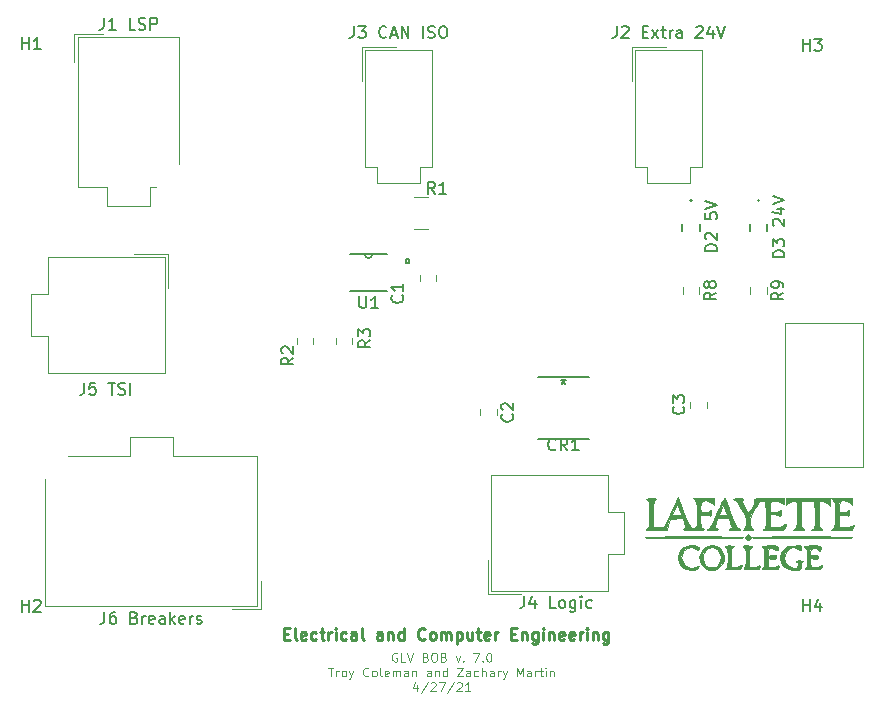
<source format=gbr>
%TF.GenerationSoftware,KiCad,Pcbnew,(5.1.6)-1*%
%TF.CreationDate,2021-04-27T16:34:21-04:00*%
%TF.ProjectId,GLV_BOBV6,474c565f-424f-4425-9636-2e6b69636164,rev?*%
%TF.SameCoordinates,Original*%
%TF.FileFunction,Legend,Top*%
%TF.FilePolarity,Positive*%
%FSLAX46Y46*%
G04 Gerber Fmt 4.6, Leading zero omitted, Abs format (unit mm)*
G04 Created by KiCad (PCBNEW (5.1.6)-1) date 2021-04-27 16:34:21*
%MOMM*%
%LPD*%
G01*
G04 APERTURE LIST*
%ADD10C,0.120000*%
%ADD11C,0.125000*%
%ADD12C,0.250000*%
%ADD13C,0.010000*%
%ADD14C,0.152400*%
%ADD15C,0.150000*%
G04 APERTURE END LIST*
D10*
X187664000Y-42394000D02*
X187664000Y-45950000D01*
X194268000Y-42394000D02*
X187664000Y-42394000D01*
X194268000Y-54586000D02*
X194268000Y-42394000D01*
X187664000Y-54586000D02*
X194268000Y-54586000D01*
X187664000Y-44426000D02*
X187664000Y-54586000D01*
D11*
X154814285Y-70325000D02*
X154742857Y-70289285D01*
X154635714Y-70289285D01*
X154528571Y-70325000D01*
X154457142Y-70396428D01*
X154421428Y-70467857D01*
X154385714Y-70610714D01*
X154385714Y-70717857D01*
X154421428Y-70860714D01*
X154457142Y-70932142D01*
X154528571Y-71003571D01*
X154635714Y-71039285D01*
X154707142Y-71039285D01*
X154814285Y-71003571D01*
X154850000Y-70967857D01*
X154850000Y-70717857D01*
X154707142Y-70717857D01*
X155528571Y-71039285D02*
X155171428Y-71039285D01*
X155171428Y-70289285D01*
X155671428Y-70289285D02*
X155921428Y-71039285D01*
X156171428Y-70289285D01*
X157242857Y-70646428D02*
X157350000Y-70682142D01*
X157385714Y-70717857D01*
X157421428Y-70789285D01*
X157421428Y-70896428D01*
X157385714Y-70967857D01*
X157350000Y-71003571D01*
X157278571Y-71039285D01*
X156992857Y-71039285D01*
X156992857Y-70289285D01*
X157242857Y-70289285D01*
X157314285Y-70325000D01*
X157350000Y-70360714D01*
X157385714Y-70432142D01*
X157385714Y-70503571D01*
X157350000Y-70575000D01*
X157314285Y-70610714D01*
X157242857Y-70646428D01*
X156992857Y-70646428D01*
X157885714Y-70289285D02*
X158028571Y-70289285D01*
X158100000Y-70325000D01*
X158171428Y-70396428D01*
X158207142Y-70539285D01*
X158207142Y-70789285D01*
X158171428Y-70932142D01*
X158100000Y-71003571D01*
X158028571Y-71039285D01*
X157885714Y-71039285D01*
X157814285Y-71003571D01*
X157742857Y-70932142D01*
X157707142Y-70789285D01*
X157707142Y-70539285D01*
X157742857Y-70396428D01*
X157814285Y-70325000D01*
X157885714Y-70289285D01*
X158778571Y-70646428D02*
X158885714Y-70682142D01*
X158921428Y-70717857D01*
X158957142Y-70789285D01*
X158957142Y-70896428D01*
X158921428Y-70967857D01*
X158885714Y-71003571D01*
X158814285Y-71039285D01*
X158528571Y-71039285D01*
X158528571Y-70289285D01*
X158778571Y-70289285D01*
X158850000Y-70325000D01*
X158885714Y-70360714D01*
X158921428Y-70432142D01*
X158921428Y-70503571D01*
X158885714Y-70575000D01*
X158850000Y-70610714D01*
X158778571Y-70646428D01*
X158528571Y-70646428D01*
X159778571Y-70539285D02*
X159957142Y-71039285D01*
X160135714Y-70539285D01*
X160421428Y-70967857D02*
X160457142Y-71003571D01*
X160421428Y-71039285D01*
X160385714Y-71003571D01*
X160421428Y-70967857D01*
X160421428Y-71039285D01*
X161278571Y-70289285D02*
X161778571Y-70289285D01*
X161457142Y-71039285D01*
X162064285Y-70967857D02*
X162100000Y-71003571D01*
X162064285Y-71039285D01*
X162028571Y-71003571D01*
X162064285Y-70967857D01*
X162064285Y-71039285D01*
X162564285Y-70289285D02*
X162635714Y-70289285D01*
X162707142Y-70325000D01*
X162742857Y-70360714D01*
X162778571Y-70432142D01*
X162814285Y-70575000D01*
X162814285Y-70753571D01*
X162778571Y-70896428D01*
X162742857Y-70967857D01*
X162707142Y-71003571D01*
X162635714Y-71039285D01*
X162564285Y-71039285D01*
X162492857Y-71003571D01*
X162457142Y-70967857D01*
X162421428Y-70896428D01*
X162385714Y-70753571D01*
X162385714Y-70575000D01*
X162421428Y-70432142D01*
X162457142Y-70360714D01*
X162492857Y-70325000D01*
X162564285Y-70289285D01*
X149010714Y-71539285D02*
X149439285Y-71539285D01*
X149225000Y-72289285D02*
X149225000Y-71539285D01*
X149689285Y-72289285D02*
X149689285Y-71789285D01*
X149689285Y-71932142D02*
X149725000Y-71860714D01*
X149760714Y-71825000D01*
X149832142Y-71789285D01*
X149903571Y-71789285D01*
X150260714Y-72289285D02*
X150189285Y-72253571D01*
X150153571Y-72217857D01*
X150117857Y-72146428D01*
X150117857Y-71932142D01*
X150153571Y-71860714D01*
X150189285Y-71825000D01*
X150260714Y-71789285D01*
X150367857Y-71789285D01*
X150439285Y-71825000D01*
X150475000Y-71860714D01*
X150510714Y-71932142D01*
X150510714Y-72146428D01*
X150475000Y-72217857D01*
X150439285Y-72253571D01*
X150367857Y-72289285D01*
X150260714Y-72289285D01*
X150760714Y-71789285D02*
X150939285Y-72289285D01*
X151117857Y-71789285D02*
X150939285Y-72289285D01*
X150867857Y-72467857D01*
X150832142Y-72503571D01*
X150760714Y-72539285D01*
X152403571Y-72217857D02*
X152367857Y-72253571D01*
X152260714Y-72289285D01*
X152189285Y-72289285D01*
X152082142Y-72253571D01*
X152010714Y-72182142D01*
X151975000Y-72110714D01*
X151939285Y-71967857D01*
X151939285Y-71860714D01*
X151975000Y-71717857D01*
X152010714Y-71646428D01*
X152082142Y-71575000D01*
X152189285Y-71539285D01*
X152260714Y-71539285D01*
X152367857Y-71575000D01*
X152403571Y-71610714D01*
X152832142Y-72289285D02*
X152760714Y-72253571D01*
X152725000Y-72217857D01*
X152689285Y-72146428D01*
X152689285Y-71932142D01*
X152725000Y-71860714D01*
X152760714Y-71825000D01*
X152832142Y-71789285D01*
X152939285Y-71789285D01*
X153010714Y-71825000D01*
X153046428Y-71860714D01*
X153082142Y-71932142D01*
X153082142Y-72146428D01*
X153046428Y-72217857D01*
X153010714Y-72253571D01*
X152939285Y-72289285D01*
X152832142Y-72289285D01*
X153510714Y-72289285D02*
X153439285Y-72253571D01*
X153403571Y-72182142D01*
X153403571Y-71539285D01*
X154082142Y-72253571D02*
X154010714Y-72289285D01*
X153867857Y-72289285D01*
X153796428Y-72253571D01*
X153760714Y-72182142D01*
X153760714Y-71896428D01*
X153796428Y-71825000D01*
X153867857Y-71789285D01*
X154010714Y-71789285D01*
X154082142Y-71825000D01*
X154117857Y-71896428D01*
X154117857Y-71967857D01*
X153760714Y-72039285D01*
X154439285Y-72289285D02*
X154439285Y-71789285D01*
X154439285Y-71860714D02*
X154475000Y-71825000D01*
X154546428Y-71789285D01*
X154653571Y-71789285D01*
X154725000Y-71825000D01*
X154760714Y-71896428D01*
X154760714Y-72289285D01*
X154760714Y-71896428D02*
X154796428Y-71825000D01*
X154867857Y-71789285D01*
X154975000Y-71789285D01*
X155046428Y-71825000D01*
X155082142Y-71896428D01*
X155082142Y-72289285D01*
X155760714Y-72289285D02*
X155760714Y-71896428D01*
X155725000Y-71825000D01*
X155653571Y-71789285D01*
X155510714Y-71789285D01*
X155439285Y-71825000D01*
X155760714Y-72253571D02*
X155689285Y-72289285D01*
X155510714Y-72289285D01*
X155439285Y-72253571D01*
X155403571Y-72182142D01*
X155403571Y-72110714D01*
X155439285Y-72039285D01*
X155510714Y-72003571D01*
X155689285Y-72003571D01*
X155760714Y-71967857D01*
X156117857Y-71789285D02*
X156117857Y-72289285D01*
X156117857Y-71860714D02*
X156153571Y-71825000D01*
X156225000Y-71789285D01*
X156332142Y-71789285D01*
X156403571Y-71825000D01*
X156439285Y-71896428D01*
X156439285Y-72289285D01*
X157689285Y-72289285D02*
X157689285Y-71896428D01*
X157653571Y-71825000D01*
X157582142Y-71789285D01*
X157439285Y-71789285D01*
X157367857Y-71825000D01*
X157689285Y-72253571D02*
X157617857Y-72289285D01*
X157439285Y-72289285D01*
X157367857Y-72253571D01*
X157332142Y-72182142D01*
X157332142Y-72110714D01*
X157367857Y-72039285D01*
X157439285Y-72003571D01*
X157617857Y-72003571D01*
X157689285Y-71967857D01*
X158046428Y-71789285D02*
X158046428Y-72289285D01*
X158046428Y-71860714D02*
X158082142Y-71825000D01*
X158153571Y-71789285D01*
X158260714Y-71789285D01*
X158332142Y-71825000D01*
X158367857Y-71896428D01*
X158367857Y-72289285D01*
X159046428Y-72289285D02*
X159046428Y-71539285D01*
X159046428Y-72253571D02*
X158975000Y-72289285D01*
X158832142Y-72289285D01*
X158760714Y-72253571D01*
X158725000Y-72217857D01*
X158689285Y-72146428D01*
X158689285Y-71932142D01*
X158725000Y-71860714D01*
X158760714Y-71825000D01*
X158832142Y-71789285D01*
X158975000Y-71789285D01*
X159046428Y-71825000D01*
X159903571Y-71539285D02*
X160403571Y-71539285D01*
X159903571Y-72289285D01*
X160403571Y-72289285D01*
X161010714Y-72289285D02*
X161010714Y-71896428D01*
X160975000Y-71825000D01*
X160903571Y-71789285D01*
X160760714Y-71789285D01*
X160689285Y-71825000D01*
X161010714Y-72253571D02*
X160939285Y-72289285D01*
X160760714Y-72289285D01*
X160689285Y-72253571D01*
X160653571Y-72182142D01*
X160653571Y-72110714D01*
X160689285Y-72039285D01*
X160760714Y-72003571D01*
X160939285Y-72003571D01*
X161010714Y-71967857D01*
X161689285Y-72253571D02*
X161617857Y-72289285D01*
X161475000Y-72289285D01*
X161403571Y-72253571D01*
X161367857Y-72217857D01*
X161332142Y-72146428D01*
X161332142Y-71932142D01*
X161367857Y-71860714D01*
X161403571Y-71825000D01*
X161475000Y-71789285D01*
X161617857Y-71789285D01*
X161689285Y-71825000D01*
X162010714Y-72289285D02*
X162010714Y-71539285D01*
X162332142Y-72289285D02*
X162332142Y-71896428D01*
X162296428Y-71825000D01*
X162225000Y-71789285D01*
X162117857Y-71789285D01*
X162046428Y-71825000D01*
X162010714Y-71860714D01*
X163010714Y-72289285D02*
X163010714Y-71896428D01*
X162975000Y-71825000D01*
X162903571Y-71789285D01*
X162760714Y-71789285D01*
X162689285Y-71825000D01*
X163010714Y-72253571D02*
X162939285Y-72289285D01*
X162760714Y-72289285D01*
X162689285Y-72253571D01*
X162653571Y-72182142D01*
X162653571Y-72110714D01*
X162689285Y-72039285D01*
X162760714Y-72003571D01*
X162939285Y-72003571D01*
X163010714Y-71967857D01*
X163367857Y-72289285D02*
X163367857Y-71789285D01*
X163367857Y-71932142D02*
X163403571Y-71860714D01*
X163439285Y-71825000D01*
X163510714Y-71789285D01*
X163582142Y-71789285D01*
X163760714Y-71789285D02*
X163939285Y-72289285D01*
X164117857Y-71789285D02*
X163939285Y-72289285D01*
X163867857Y-72467857D01*
X163832142Y-72503571D01*
X163760714Y-72539285D01*
X164975000Y-72289285D02*
X164975000Y-71539285D01*
X165225000Y-72075000D01*
X165475000Y-71539285D01*
X165475000Y-72289285D01*
X166153571Y-72289285D02*
X166153571Y-71896428D01*
X166117857Y-71825000D01*
X166046428Y-71789285D01*
X165903571Y-71789285D01*
X165832142Y-71825000D01*
X166153571Y-72253571D02*
X166082142Y-72289285D01*
X165903571Y-72289285D01*
X165832142Y-72253571D01*
X165796428Y-72182142D01*
X165796428Y-72110714D01*
X165832142Y-72039285D01*
X165903571Y-72003571D01*
X166082142Y-72003571D01*
X166153571Y-71967857D01*
X166510714Y-72289285D02*
X166510714Y-71789285D01*
X166510714Y-71932142D02*
X166546428Y-71860714D01*
X166582142Y-71825000D01*
X166653571Y-71789285D01*
X166725000Y-71789285D01*
X166867857Y-71789285D02*
X167153571Y-71789285D01*
X166975000Y-71539285D02*
X166975000Y-72182142D01*
X167010714Y-72253571D01*
X167082142Y-72289285D01*
X167153571Y-72289285D01*
X167403571Y-72289285D02*
X167403571Y-71789285D01*
X167403571Y-71539285D02*
X167367857Y-71575000D01*
X167403571Y-71610714D01*
X167439285Y-71575000D01*
X167403571Y-71539285D01*
X167403571Y-71610714D01*
X167760714Y-71789285D02*
X167760714Y-72289285D01*
X167760714Y-71860714D02*
X167796428Y-71825000D01*
X167867857Y-71789285D01*
X167975000Y-71789285D01*
X168046428Y-71825000D01*
X168082142Y-71896428D01*
X168082142Y-72289285D01*
X156528571Y-73039285D02*
X156528571Y-73539285D01*
X156350000Y-72753571D02*
X156171428Y-73289285D01*
X156635714Y-73289285D01*
X157457142Y-72753571D02*
X156814285Y-73717857D01*
X157671428Y-72860714D02*
X157707142Y-72825000D01*
X157778571Y-72789285D01*
X157957142Y-72789285D01*
X158028571Y-72825000D01*
X158064285Y-72860714D01*
X158100000Y-72932142D01*
X158100000Y-73003571D01*
X158064285Y-73110714D01*
X157635714Y-73539285D01*
X158100000Y-73539285D01*
X158350000Y-72789285D02*
X158850000Y-72789285D01*
X158528571Y-73539285D01*
X159671428Y-72753571D02*
X159028571Y-73717857D01*
X159885714Y-72860714D02*
X159921428Y-72825000D01*
X159992857Y-72789285D01*
X160171428Y-72789285D01*
X160242857Y-72825000D01*
X160278571Y-72860714D01*
X160314285Y-72932142D01*
X160314285Y-73003571D01*
X160278571Y-73110714D01*
X159850000Y-73539285D01*
X160314285Y-73539285D01*
X161028571Y-73539285D02*
X160600000Y-73539285D01*
X160814285Y-73539285D02*
X160814285Y-72789285D01*
X160742857Y-72896428D01*
X160671428Y-72967857D01*
X160600000Y-73003571D01*
D12*
X145285714Y-68678571D02*
X145619047Y-68678571D01*
X145761904Y-69202380D02*
X145285714Y-69202380D01*
X145285714Y-68202380D01*
X145761904Y-68202380D01*
X146333333Y-69202380D02*
X146238095Y-69154761D01*
X146190476Y-69059523D01*
X146190476Y-68202380D01*
X147095238Y-69154761D02*
X147000000Y-69202380D01*
X146809523Y-69202380D01*
X146714285Y-69154761D01*
X146666666Y-69059523D01*
X146666666Y-68678571D01*
X146714285Y-68583333D01*
X146809523Y-68535714D01*
X147000000Y-68535714D01*
X147095238Y-68583333D01*
X147142857Y-68678571D01*
X147142857Y-68773809D01*
X146666666Y-68869047D01*
X148000000Y-69154761D02*
X147904761Y-69202380D01*
X147714285Y-69202380D01*
X147619047Y-69154761D01*
X147571428Y-69107142D01*
X147523809Y-69011904D01*
X147523809Y-68726190D01*
X147571428Y-68630952D01*
X147619047Y-68583333D01*
X147714285Y-68535714D01*
X147904761Y-68535714D01*
X148000000Y-68583333D01*
X148285714Y-68535714D02*
X148666666Y-68535714D01*
X148428571Y-68202380D02*
X148428571Y-69059523D01*
X148476190Y-69154761D01*
X148571428Y-69202380D01*
X148666666Y-69202380D01*
X149000000Y-69202380D02*
X149000000Y-68535714D01*
X149000000Y-68726190D02*
X149047619Y-68630952D01*
X149095238Y-68583333D01*
X149190476Y-68535714D01*
X149285714Y-68535714D01*
X149619047Y-69202380D02*
X149619047Y-68535714D01*
X149619047Y-68202380D02*
X149571428Y-68250000D01*
X149619047Y-68297619D01*
X149666666Y-68250000D01*
X149619047Y-68202380D01*
X149619047Y-68297619D01*
X150523809Y-69154761D02*
X150428571Y-69202380D01*
X150238095Y-69202380D01*
X150142857Y-69154761D01*
X150095238Y-69107142D01*
X150047619Y-69011904D01*
X150047619Y-68726190D01*
X150095238Y-68630952D01*
X150142857Y-68583333D01*
X150238095Y-68535714D01*
X150428571Y-68535714D01*
X150523809Y-68583333D01*
X151380952Y-69202380D02*
X151380952Y-68678571D01*
X151333333Y-68583333D01*
X151238095Y-68535714D01*
X151047619Y-68535714D01*
X150952380Y-68583333D01*
X151380952Y-69154761D02*
X151285714Y-69202380D01*
X151047619Y-69202380D01*
X150952380Y-69154761D01*
X150904761Y-69059523D01*
X150904761Y-68964285D01*
X150952380Y-68869047D01*
X151047619Y-68821428D01*
X151285714Y-68821428D01*
X151380952Y-68773809D01*
X152000000Y-69202380D02*
X151904761Y-69154761D01*
X151857142Y-69059523D01*
X151857142Y-68202380D01*
X153571428Y-69202380D02*
X153571428Y-68678571D01*
X153523809Y-68583333D01*
X153428571Y-68535714D01*
X153238095Y-68535714D01*
X153142857Y-68583333D01*
X153571428Y-69154761D02*
X153476190Y-69202380D01*
X153238095Y-69202380D01*
X153142857Y-69154761D01*
X153095238Y-69059523D01*
X153095238Y-68964285D01*
X153142857Y-68869047D01*
X153238095Y-68821428D01*
X153476190Y-68821428D01*
X153571428Y-68773809D01*
X154047619Y-68535714D02*
X154047619Y-69202380D01*
X154047619Y-68630952D02*
X154095238Y-68583333D01*
X154190476Y-68535714D01*
X154333333Y-68535714D01*
X154428571Y-68583333D01*
X154476190Y-68678571D01*
X154476190Y-69202380D01*
X155380952Y-69202380D02*
X155380952Y-68202380D01*
X155380952Y-69154761D02*
X155285714Y-69202380D01*
X155095238Y-69202380D01*
X155000000Y-69154761D01*
X154952380Y-69107142D01*
X154904761Y-69011904D01*
X154904761Y-68726190D01*
X154952380Y-68630952D01*
X155000000Y-68583333D01*
X155095238Y-68535714D01*
X155285714Y-68535714D01*
X155380952Y-68583333D01*
X157190476Y-69107142D02*
X157142857Y-69154761D01*
X157000000Y-69202380D01*
X156904761Y-69202380D01*
X156761904Y-69154761D01*
X156666666Y-69059523D01*
X156619047Y-68964285D01*
X156571428Y-68773809D01*
X156571428Y-68630952D01*
X156619047Y-68440476D01*
X156666666Y-68345238D01*
X156761904Y-68250000D01*
X156904761Y-68202380D01*
X157000000Y-68202380D01*
X157142857Y-68250000D01*
X157190476Y-68297619D01*
X157761904Y-69202380D02*
X157666666Y-69154761D01*
X157619047Y-69107142D01*
X157571428Y-69011904D01*
X157571428Y-68726190D01*
X157619047Y-68630952D01*
X157666666Y-68583333D01*
X157761904Y-68535714D01*
X157904761Y-68535714D01*
X158000000Y-68583333D01*
X158047619Y-68630952D01*
X158095238Y-68726190D01*
X158095238Y-69011904D01*
X158047619Y-69107142D01*
X158000000Y-69154761D01*
X157904761Y-69202380D01*
X157761904Y-69202380D01*
X158523809Y-69202380D02*
X158523809Y-68535714D01*
X158523809Y-68630952D02*
X158571428Y-68583333D01*
X158666666Y-68535714D01*
X158809523Y-68535714D01*
X158904761Y-68583333D01*
X158952380Y-68678571D01*
X158952380Y-69202380D01*
X158952380Y-68678571D02*
X159000000Y-68583333D01*
X159095238Y-68535714D01*
X159238095Y-68535714D01*
X159333333Y-68583333D01*
X159380952Y-68678571D01*
X159380952Y-69202380D01*
X159857142Y-68535714D02*
X159857142Y-69535714D01*
X159857142Y-68583333D02*
X159952380Y-68535714D01*
X160142857Y-68535714D01*
X160238095Y-68583333D01*
X160285714Y-68630952D01*
X160333333Y-68726190D01*
X160333333Y-69011904D01*
X160285714Y-69107142D01*
X160238095Y-69154761D01*
X160142857Y-69202380D01*
X159952380Y-69202380D01*
X159857142Y-69154761D01*
X161190476Y-68535714D02*
X161190476Y-69202380D01*
X160761904Y-68535714D02*
X160761904Y-69059523D01*
X160809523Y-69154761D01*
X160904761Y-69202380D01*
X161047619Y-69202380D01*
X161142857Y-69154761D01*
X161190476Y-69107142D01*
X161523809Y-68535714D02*
X161904761Y-68535714D01*
X161666666Y-68202380D02*
X161666666Y-69059523D01*
X161714285Y-69154761D01*
X161809523Y-69202380D01*
X161904761Y-69202380D01*
X162619047Y-69154761D02*
X162523809Y-69202380D01*
X162333333Y-69202380D01*
X162238095Y-69154761D01*
X162190476Y-69059523D01*
X162190476Y-68678571D01*
X162238095Y-68583333D01*
X162333333Y-68535714D01*
X162523809Y-68535714D01*
X162619047Y-68583333D01*
X162666666Y-68678571D01*
X162666666Y-68773809D01*
X162190476Y-68869047D01*
X163095238Y-69202380D02*
X163095238Y-68535714D01*
X163095238Y-68726190D02*
X163142857Y-68630952D01*
X163190476Y-68583333D01*
X163285714Y-68535714D01*
X163380952Y-68535714D01*
X164476190Y-68678571D02*
X164809523Y-68678571D01*
X164952380Y-69202380D02*
X164476190Y-69202380D01*
X164476190Y-68202380D01*
X164952380Y-68202380D01*
X165380952Y-68535714D02*
X165380952Y-69202380D01*
X165380952Y-68630952D02*
X165428571Y-68583333D01*
X165523809Y-68535714D01*
X165666666Y-68535714D01*
X165761904Y-68583333D01*
X165809523Y-68678571D01*
X165809523Y-69202380D01*
X166714285Y-68535714D02*
X166714285Y-69345238D01*
X166666666Y-69440476D01*
X166619047Y-69488095D01*
X166523809Y-69535714D01*
X166380952Y-69535714D01*
X166285714Y-69488095D01*
X166714285Y-69154761D02*
X166619047Y-69202380D01*
X166428571Y-69202380D01*
X166333333Y-69154761D01*
X166285714Y-69107142D01*
X166238095Y-69011904D01*
X166238095Y-68726190D01*
X166285714Y-68630952D01*
X166333333Y-68583333D01*
X166428571Y-68535714D01*
X166619047Y-68535714D01*
X166714285Y-68583333D01*
X167190476Y-69202380D02*
X167190476Y-68535714D01*
X167190476Y-68202380D02*
X167142857Y-68250000D01*
X167190476Y-68297619D01*
X167238095Y-68250000D01*
X167190476Y-68202380D01*
X167190476Y-68297619D01*
X167666666Y-68535714D02*
X167666666Y-69202380D01*
X167666666Y-68630952D02*
X167714285Y-68583333D01*
X167809523Y-68535714D01*
X167952380Y-68535714D01*
X168047619Y-68583333D01*
X168095238Y-68678571D01*
X168095238Y-69202380D01*
X168952380Y-69154761D02*
X168857142Y-69202380D01*
X168666666Y-69202380D01*
X168571428Y-69154761D01*
X168523809Y-69059523D01*
X168523809Y-68678571D01*
X168571428Y-68583333D01*
X168666666Y-68535714D01*
X168857142Y-68535714D01*
X168952380Y-68583333D01*
X169000000Y-68678571D01*
X169000000Y-68773809D01*
X168523809Y-68869047D01*
X169809523Y-69154761D02*
X169714285Y-69202380D01*
X169523809Y-69202380D01*
X169428571Y-69154761D01*
X169380952Y-69059523D01*
X169380952Y-68678571D01*
X169428571Y-68583333D01*
X169523809Y-68535714D01*
X169714285Y-68535714D01*
X169809523Y-68583333D01*
X169857142Y-68678571D01*
X169857142Y-68773809D01*
X169380952Y-68869047D01*
X170285714Y-69202380D02*
X170285714Y-68535714D01*
X170285714Y-68726190D02*
X170333333Y-68630952D01*
X170380952Y-68583333D01*
X170476190Y-68535714D01*
X170571428Y-68535714D01*
X170904761Y-69202380D02*
X170904761Y-68535714D01*
X170904761Y-68202380D02*
X170857142Y-68250000D01*
X170904761Y-68297619D01*
X170952380Y-68250000D01*
X170904761Y-68202380D01*
X170904761Y-68297619D01*
X171380952Y-68535714D02*
X171380952Y-69202380D01*
X171380952Y-68630952D02*
X171428571Y-68583333D01*
X171523809Y-68535714D01*
X171666666Y-68535714D01*
X171761904Y-68583333D01*
X171809523Y-68678571D01*
X171809523Y-69202380D01*
X172714285Y-68535714D02*
X172714285Y-69345238D01*
X172666666Y-69440476D01*
X172619047Y-69488095D01*
X172523809Y-69535714D01*
X172380952Y-69535714D01*
X172285714Y-69488095D01*
X172714285Y-69154761D02*
X172619047Y-69202380D01*
X172428571Y-69202380D01*
X172333333Y-69154761D01*
X172285714Y-69107142D01*
X172238095Y-69011904D01*
X172238095Y-68726190D01*
X172285714Y-68630952D01*
X172333333Y-68583333D01*
X172428571Y-68535714D01*
X172619047Y-68535714D01*
X172714285Y-68583333D01*
D13*
%TO.C,G\u002A\u002A\u002A*%
G36*
X180187116Y-61224405D02*
G01*
X180336991Y-61295800D01*
X180354232Y-61322691D01*
X180362480Y-61481788D01*
X180278540Y-61558820D01*
X180154703Y-61514500D01*
X180131644Y-61489921D01*
X179943975Y-61384098D01*
X179670054Y-61369861D01*
X179366188Y-61447416D01*
X179281046Y-61486826D01*
X179037705Y-61695215D01*
X178912354Y-61978331D01*
X178899609Y-62294912D01*
X178994091Y-62603696D01*
X179190418Y-62863420D01*
X179482647Y-63032639D01*
X179729466Y-63093669D01*
X179919109Y-63074288D01*
X180067155Y-63011472D01*
X180262873Y-62916158D01*
X180343139Y-62898721D01*
X180345270Y-62963999D01*
X180324579Y-63044839D01*
X180204184Y-63200170D01*
X179970367Y-63285954D01*
X179666509Y-63296572D01*
X179335990Y-63226403D01*
X179232485Y-63186320D01*
X178894461Y-62958147D01*
X178677318Y-62636728D01*
X178604666Y-62275044D01*
X178670759Y-61858861D01*
X178856681Y-61522776D01*
X179109895Y-61318433D01*
X179347994Y-61237632D01*
X179641185Y-61195145D01*
X179938037Y-61190794D01*
X180187116Y-61224405D01*
G37*
X180187116Y-61224405D02*
X180336991Y-61295800D01*
X180354232Y-61322691D01*
X180362480Y-61481788D01*
X180278540Y-61558820D01*
X180154703Y-61514500D01*
X180131644Y-61489921D01*
X179943975Y-61384098D01*
X179670054Y-61369861D01*
X179366188Y-61447416D01*
X179281046Y-61486826D01*
X179037705Y-61695215D01*
X178912354Y-61978331D01*
X178899609Y-62294912D01*
X178994091Y-62603696D01*
X179190418Y-62863420D01*
X179482647Y-63032639D01*
X179729466Y-63093669D01*
X179919109Y-63074288D01*
X180067155Y-63011472D01*
X180262873Y-62916158D01*
X180343139Y-62898721D01*
X180345270Y-62963999D01*
X180324579Y-63044839D01*
X180204184Y-63200170D01*
X179970367Y-63285954D01*
X179666509Y-63296572D01*
X179335990Y-63226403D01*
X179232485Y-63186320D01*
X178894461Y-62958147D01*
X178677318Y-62636728D01*
X178604666Y-62275044D01*
X178670759Y-61858861D01*
X178856681Y-61522776D01*
X179109895Y-61318433D01*
X179347994Y-61237632D01*
X179641185Y-61195145D01*
X179938037Y-61190794D01*
X180187116Y-61224405D01*
G36*
X181861650Y-61241987D02*
G01*
X182158809Y-61408763D01*
X182372816Y-61698935D01*
X182497089Y-62104770D01*
X182465755Y-62503166D01*
X182289877Y-62859179D01*
X181980522Y-63137865D01*
X181903395Y-63181358D01*
X181566479Y-63293974D01*
X181235375Y-63261420D01*
X180978287Y-63150742D01*
X180654686Y-62893780D01*
X180466812Y-62563709D01*
X180437951Y-62340649D01*
X180730228Y-62340649D01*
X180846551Y-62710555D01*
X180969096Y-62902349D01*
X181119324Y-63002291D01*
X181355678Y-63040860D01*
X181489741Y-63045982D01*
X181792294Y-62993157D01*
X181970298Y-62862167D01*
X182172665Y-62532012D01*
X182214325Y-62154439D01*
X182162237Y-61914425D01*
X181989428Y-61600917D01*
X181740872Y-61410591D01*
X181452883Y-61352202D01*
X181161778Y-61434509D01*
X180940526Y-61619829D01*
X180759278Y-61958471D01*
X180730228Y-62340649D01*
X180437951Y-62340649D01*
X180419009Y-62194252D01*
X180515623Y-61819132D01*
X180760997Y-61472070D01*
X180761877Y-61471189D01*
X180968111Y-61292399D01*
X181166655Y-61210284D01*
X181443485Y-61190017D01*
X181456027Y-61190000D01*
X181861650Y-61241987D01*
G37*
X181861650Y-61241987D02*
X182158809Y-61408763D01*
X182372816Y-61698935D01*
X182497089Y-62104770D01*
X182465755Y-62503166D01*
X182289877Y-62859179D01*
X181980522Y-63137865D01*
X181903395Y-63181358D01*
X181566479Y-63293974D01*
X181235375Y-63261420D01*
X180978287Y-63150742D01*
X180654686Y-62893780D01*
X180466812Y-62563709D01*
X180437951Y-62340649D01*
X180730228Y-62340649D01*
X180846551Y-62710555D01*
X180969096Y-62902349D01*
X181119324Y-63002291D01*
X181355678Y-63040860D01*
X181489741Y-63045982D01*
X181792294Y-62993157D01*
X181970298Y-62862167D01*
X182172665Y-62532012D01*
X182214325Y-62154439D01*
X182162237Y-61914425D01*
X181989428Y-61600917D01*
X181740872Y-61410591D01*
X181452883Y-61352202D01*
X181161778Y-61434509D01*
X180940526Y-61619829D01*
X180759278Y-61958471D01*
X180730228Y-62340649D01*
X180437951Y-62340649D01*
X180419009Y-62194252D01*
X180515623Y-61819132D01*
X180760997Y-61472070D01*
X180761877Y-61471189D01*
X180968111Y-61292399D01*
X181166655Y-61210284D01*
X181443485Y-61190017D01*
X181456027Y-61190000D01*
X181861650Y-61241987D01*
G36*
X188908522Y-61195142D02*
G01*
X188992546Y-61233061D01*
X189017182Y-61314664D01*
X189018666Y-61392112D01*
X188999063Y-61572032D01*
X188925961Y-61594708D01*
X188794904Y-61486333D01*
X188626318Y-61399172D01*
X188388928Y-61359556D01*
X188371106Y-61359333D01*
X188052681Y-61434015D01*
X187800627Y-61631383D01*
X187634399Y-61911419D01*
X187573448Y-62234105D01*
X187637228Y-62559424D01*
X187717398Y-62704105D01*
X187910980Y-62887470D01*
X188175082Y-63030353D01*
X188441588Y-63102789D01*
X188601548Y-63093027D01*
X188706190Y-63000592D01*
X188763312Y-62847472D01*
X188761467Y-62701325D01*
X188689210Y-62629805D01*
X188680000Y-62629333D01*
X188597793Y-62564904D01*
X188595333Y-62544667D01*
X188669762Y-62488704D01*
X188852776Y-62460731D01*
X188891666Y-62460000D01*
X189087534Y-62481265D01*
X189185440Y-62533555D01*
X189188000Y-62544667D01*
X189123570Y-62626873D01*
X189103333Y-62629333D01*
X189046556Y-62703567D01*
X189019127Y-62885266D01*
X189018666Y-62915083D01*
X188998297Y-63116051D01*
X188904508Y-63212198D01*
X188754083Y-63253750D01*
X188460082Y-63297784D01*
X188228745Y-63280464D01*
X187970083Y-63190853D01*
X187869243Y-63146214D01*
X187536496Y-62914648D01*
X187334747Y-62601883D01*
X187269935Y-62240883D01*
X187348000Y-61864616D01*
X187573953Y-61507084D01*
X187716833Y-61363983D01*
X187862010Y-61279188D01*
X188063257Y-61233407D01*
X188374344Y-61207347D01*
X188416081Y-61204940D01*
X188728553Y-61189554D01*
X188908522Y-61195142D01*
G37*
X188908522Y-61195142D02*
X188992546Y-61233061D01*
X189017182Y-61314664D01*
X189018666Y-61392112D01*
X188999063Y-61572032D01*
X188925961Y-61594708D01*
X188794904Y-61486333D01*
X188626318Y-61399172D01*
X188388928Y-61359556D01*
X188371106Y-61359333D01*
X188052681Y-61434015D01*
X187800627Y-61631383D01*
X187634399Y-61911419D01*
X187573448Y-62234105D01*
X187637228Y-62559424D01*
X187717398Y-62704105D01*
X187910980Y-62887470D01*
X188175082Y-63030353D01*
X188441588Y-63102789D01*
X188601548Y-63093027D01*
X188706190Y-63000592D01*
X188763312Y-62847472D01*
X188761467Y-62701325D01*
X188689210Y-62629805D01*
X188680000Y-62629333D01*
X188597793Y-62564904D01*
X188595333Y-62544667D01*
X188669762Y-62488704D01*
X188852776Y-62460731D01*
X188891666Y-62460000D01*
X189087534Y-62481265D01*
X189185440Y-62533555D01*
X189188000Y-62544667D01*
X189123570Y-62626873D01*
X189103333Y-62629333D01*
X189046556Y-62703567D01*
X189019127Y-62885266D01*
X189018666Y-62915083D01*
X188998297Y-63116051D01*
X188904508Y-63212198D01*
X188754083Y-63253750D01*
X188460082Y-63297784D01*
X188228745Y-63280464D01*
X187970083Y-63190853D01*
X187869243Y-63146214D01*
X187536496Y-62914648D01*
X187334747Y-62601883D01*
X187269935Y-62240883D01*
X187348000Y-61864616D01*
X187573953Y-61507084D01*
X187716833Y-61363983D01*
X187862010Y-61279188D01*
X188063257Y-61233407D01*
X188374344Y-61207347D01*
X188416081Y-61204940D01*
X188728553Y-61189554D01*
X188908522Y-61195142D01*
G36*
X183192219Y-61206816D02*
G01*
X183328517Y-61249364D01*
X183346000Y-61274667D01*
X183277423Y-61349781D01*
X183219000Y-61359333D01*
X183159777Y-61387311D01*
X183121755Y-61489814D01*
X183100755Y-61694693D01*
X183092601Y-62029801D01*
X183092000Y-62206000D01*
X183092000Y-63052667D01*
X183327161Y-63052667D01*
X183580607Y-63002651D01*
X183755969Y-62917031D01*
X183925988Y-62820599D01*
X183992672Y-62853916D01*
X183970401Y-63025005D01*
X183967767Y-63035197D01*
X183929953Y-63128845D01*
X183852259Y-63184631D01*
X183697449Y-63212238D01*
X183428289Y-63221351D01*
X183249506Y-63222000D01*
X182580096Y-63222000D01*
X182718063Y-63011436D01*
X182781058Y-62832820D01*
X182819081Y-62559031D01*
X182832968Y-62236287D01*
X182823555Y-61910803D01*
X182791680Y-61628799D01*
X182738177Y-61436490D01*
X182688545Y-61380070D01*
X182578969Y-61312809D01*
X182615169Y-61248358D01*
X182774091Y-61202568D01*
X182965000Y-61190000D01*
X183192219Y-61206816D01*
G37*
X183192219Y-61206816D02*
X183328517Y-61249364D01*
X183346000Y-61274667D01*
X183277423Y-61349781D01*
X183219000Y-61359333D01*
X183159777Y-61387311D01*
X183121755Y-61489814D01*
X183100755Y-61694693D01*
X183092601Y-62029801D01*
X183092000Y-62206000D01*
X183092000Y-63052667D01*
X183327161Y-63052667D01*
X183580607Y-63002651D01*
X183755969Y-62917031D01*
X183925988Y-62820599D01*
X183992672Y-62853916D01*
X183970401Y-63025005D01*
X183967767Y-63035197D01*
X183929953Y-63128845D01*
X183852259Y-63184631D01*
X183697449Y-63212238D01*
X183428289Y-63221351D01*
X183249506Y-63222000D01*
X182580096Y-63222000D01*
X182718063Y-63011436D01*
X182781058Y-62832820D01*
X182819081Y-62559031D01*
X182832968Y-62236287D01*
X182823555Y-61910803D01*
X182791680Y-61628799D01*
X182738177Y-61436490D01*
X182688545Y-61380070D01*
X182578969Y-61312809D01*
X182615169Y-61248358D01*
X182774091Y-61202568D01*
X182965000Y-61190000D01*
X183192219Y-61206816D01*
G36*
X184737582Y-61210704D02*
G01*
X184860946Y-61264039D01*
X184842673Y-61336833D01*
X184739803Y-61391177D01*
X184677648Y-61444499D01*
X184641540Y-61566667D01*
X184627500Y-61789061D01*
X184631548Y-62143058D01*
X184633970Y-62225736D01*
X184658333Y-63010333D01*
X184896639Y-63037652D01*
X185148943Y-63011245D01*
X185341139Y-62929867D01*
X185495775Y-62855078D01*
X185544267Y-62909141D01*
X185495941Y-63088075D01*
X185435734Y-63156981D01*
X185298344Y-63197841D01*
X185050913Y-63216476D01*
X184755108Y-63219307D01*
X184420273Y-63214526D01*
X184230788Y-63200034D01*
X184162730Y-63170741D01*
X184192177Y-63121559D01*
X184213833Y-63104140D01*
X184288653Y-62967499D01*
X184340883Y-62718587D01*
X184369957Y-62403235D01*
X184375310Y-62067273D01*
X184356374Y-61756535D01*
X184312584Y-61516850D01*
X184243375Y-61394051D01*
X184235000Y-61389951D01*
X184112238Y-61312068D01*
X184141881Y-61244309D01*
X184307032Y-61199977D01*
X184489000Y-61190000D01*
X184737582Y-61210704D01*
G37*
X184737582Y-61210704D02*
X184860946Y-61264039D01*
X184842673Y-61336833D01*
X184739803Y-61391177D01*
X184677648Y-61444499D01*
X184641540Y-61566667D01*
X184627500Y-61789061D01*
X184631548Y-62143058D01*
X184633970Y-62225736D01*
X184658333Y-63010333D01*
X184896639Y-63037652D01*
X185148943Y-63011245D01*
X185341139Y-62929867D01*
X185495775Y-62855078D01*
X185544267Y-62909141D01*
X185495941Y-63088075D01*
X185435734Y-63156981D01*
X185298344Y-63197841D01*
X185050913Y-63216476D01*
X184755108Y-63219307D01*
X184420273Y-63214526D01*
X184230788Y-63200034D01*
X184162730Y-63170741D01*
X184192177Y-63121559D01*
X184213833Y-63104140D01*
X184288653Y-62967499D01*
X184340883Y-62718587D01*
X184369957Y-62403235D01*
X184375310Y-62067273D01*
X184356374Y-61756535D01*
X184312584Y-61516850D01*
X184243375Y-61394051D01*
X184235000Y-61389951D01*
X184112238Y-61312068D01*
X184141881Y-61244309D01*
X184307032Y-61199977D01*
X184489000Y-61190000D01*
X184737582Y-61210704D01*
G36*
X186729929Y-61192255D02*
G01*
X186931077Y-61206220D01*
X187031992Y-61242690D01*
X187067223Y-61312462D01*
X187071333Y-61401667D01*
X187066636Y-61552031D01*
X187023592Y-61599595D01*
X186898764Y-61555847D01*
X186755711Y-61485139D01*
X186487353Y-61397002D01*
X186313507Y-61449000D01*
X186231948Y-61642287D01*
X186224666Y-61760540D01*
X186224666Y-62058962D01*
X186563333Y-62013538D01*
X186779862Y-61993805D01*
X186876996Y-62026764D01*
X186901641Y-62133207D01*
X186902000Y-62163667D01*
X186885876Y-62286533D01*
X186806234Y-62331938D01*
X186616167Y-62320675D01*
X186563333Y-62313795D01*
X186224666Y-62268371D01*
X186224666Y-62660519D01*
X186230885Y-62899052D01*
X186270964Y-63013670D01*
X186377036Y-63049782D01*
X186502161Y-63052667D01*
X186760433Y-63011939D01*
X186967827Y-62920866D01*
X187111308Y-62850031D01*
X187153161Y-62912542D01*
X187104608Y-63088075D01*
X187046739Y-63155144D01*
X186914708Y-63195785D01*
X186676383Y-63215387D01*
X186321441Y-63219425D01*
X185966155Y-63212774D01*
X185765504Y-63194433D01*
X185705053Y-63162205D01*
X185737833Y-63130551D01*
X185807140Y-63065990D01*
X185851268Y-62947736D01*
X185875483Y-62742759D01*
X185885057Y-62418033D01*
X185886000Y-62201793D01*
X185877912Y-61809842D01*
X185855296Y-61526648D01*
X185820616Y-61376759D01*
X185801333Y-61359333D01*
X185719126Y-61294904D01*
X185716666Y-61274667D01*
X185795882Y-61232737D01*
X186012152Y-61203273D01*
X186333407Y-61190282D01*
X186394000Y-61190000D01*
X186729929Y-61192255D01*
G37*
X186729929Y-61192255D02*
X186931077Y-61206220D01*
X187031992Y-61242690D01*
X187067223Y-61312462D01*
X187071333Y-61401667D01*
X187066636Y-61552031D01*
X187023592Y-61599595D01*
X186898764Y-61555847D01*
X186755711Y-61485139D01*
X186487353Y-61397002D01*
X186313507Y-61449000D01*
X186231948Y-61642287D01*
X186224666Y-61760540D01*
X186224666Y-62058962D01*
X186563333Y-62013538D01*
X186779862Y-61993805D01*
X186876996Y-62026764D01*
X186901641Y-62133207D01*
X186902000Y-62163667D01*
X186885876Y-62286533D01*
X186806234Y-62331938D01*
X186616167Y-62320675D01*
X186563333Y-62313795D01*
X186224666Y-62268371D01*
X186224666Y-62660519D01*
X186230885Y-62899052D01*
X186270964Y-63013670D01*
X186377036Y-63049782D01*
X186502161Y-63052667D01*
X186760433Y-63011939D01*
X186967827Y-62920866D01*
X187111308Y-62850031D01*
X187153161Y-62912542D01*
X187104608Y-63088075D01*
X187046739Y-63155144D01*
X186914708Y-63195785D01*
X186676383Y-63215387D01*
X186321441Y-63219425D01*
X185966155Y-63212774D01*
X185765504Y-63194433D01*
X185705053Y-63162205D01*
X185737833Y-63130551D01*
X185807140Y-63065990D01*
X185851268Y-62947736D01*
X185875483Y-62742759D01*
X185885057Y-62418033D01*
X185886000Y-62201793D01*
X185877912Y-61809842D01*
X185855296Y-61526648D01*
X185820616Y-61376759D01*
X185801333Y-61359333D01*
X185719126Y-61294904D01*
X185716666Y-61274667D01*
X185795882Y-61232737D01*
X186012152Y-61203273D01*
X186333407Y-61190282D01*
X186394000Y-61190000D01*
X186729929Y-61192255D01*
G36*
X190333127Y-61191760D02*
G01*
X190542960Y-61203700D01*
X190648654Y-61235806D01*
X190682804Y-61298065D01*
X190678008Y-61400464D01*
X190677866Y-61401802D01*
X190643246Y-61565823D01*
X190593491Y-61675104D01*
X190552803Y-61689623D01*
X190542666Y-61625349D01*
X190472231Y-61524374D01*
X190325456Y-61441892D01*
X190059271Y-61405253D01*
X189869811Y-61508944D01*
X189783305Y-61735990D01*
X189780666Y-61794538D01*
X189791378Y-61959575D01*
X189855708Y-62027525D01*
X190021948Y-62030845D01*
X190119333Y-62022155D01*
X190337709Y-62012534D01*
X190435326Y-62052511D01*
X190457996Y-62161230D01*
X190458000Y-62163667D01*
X190436168Y-62273658D01*
X190340133Y-62314598D01*
X190124081Y-62305628D01*
X190119333Y-62305178D01*
X189902952Y-62292852D01*
X189806403Y-62332890D01*
X189781429Y-62457162D01*
X189780666Y-62528849D01*
X189797256Y-62760009D01*
X189832058Y-62918742D01*
X189951467Y-63019973D01*
X190165127Y-63050066D01*
X190413916Y-63009642D01*
X190623401Y-62910424D01*
X190762938Y-62818919D01*
X190797728Y-62829091D01*
X190769240Y-62917349D01*
X190720124Y-63083284D01*
X190712000Y-63144258D01*
X190633746Y-63178658D01*
X190424520Y-63204636D01*
X190122621Y-63218307D01*
X189971166Y-63219425D01*
X189612814Y-63212818D01*
X189409209Y-63194625D01*
X189346027Y-63162700D01*
X189378500Y-63130551D01*
X189449340Y-63063989D01*
X189493800Y-62941797D01*
X189517527Y-62730102D01*
X189526163Y-62395031D01*
X189526666Y-62241469D01*
X189521056Y-61848285D01*
X189501319Y-61594938D01*
X189463099Y-61452212D01*
X189402038Y-61390893D01*
X189399666Y-61389951D01*
X189271946Y-61315429D01*
X189304278Y-61255593D01*
X189487781Y-61213466D01*
X189813574Y-61192074D01*
X189986557Y-61190000D01*
X190333127Y-61191760D01*
G37*
X190333127Y-61191760D02*
X190542960Y-61203700D01*
X190648654Y-61235806D01*
X190682804Y-61298065D01*
X190678008Y-61400464D01*
X190677866Y-61401802D01*
X190643246Y-61565823D01*
X190593491Y-61675104D01*
X190552803Y-61689623D01*
X190542666Y-61625349D01*
X190472231Y-61524374D01*
X190325456Y-61441892D01*
X190059271Y-61405253D01*
X189869811Y-61508944D01*
X189783305Y-61735990D01*
X189780666Y-61794538D01*
X189791378Y-61959575D01*
X189855708Y-62027525D01*
X190021948Y-62030845D01*
X190119333Y-62022155D01*
X190337709Y-62012534D01*
X190435326Y-62052511D01*
X190457996Y-62161230D01*
X190458000Y-62163667D01*
X190436168Y-62273658D01*
X190340133Y-62314598D01*
X190124081Y-62305628D01*
X190119333Y-62305178D01*
X189902952Y-62292852D01*
X189806403Y-62332890D01*
X189781429Y-62457162D01*
X189780666Y-62528849D01*
X189797256Y-62760009D01*
X189832058Y-62918742D01*
X189951467Y-63019973D01*
X190165127Y-63050066D01*
X190413916Y-63009642D01*
X190623401Y-62910424D01*
X190762938Y-62818919D01*
X190797728Y-62829091D01*
X190769240Y-62917349D01*
X190720124Y-63083284D01*
X190712000Y-63144258D01*
X190633746Y-63178658D01*
X190424520Y-63204636D01*
X190122621Y-63218307D01*
X189971166Y-63219425D01*
X189612814Y-63212818D01*
X189409209Y-63194625D01*
X189346027Y-63162700D01*
X189378500Y-63130551D01*
X189449340Y-63063989D01*
X189493800Y-62941797D01*
X189517527Y-62730102D01*
X189526163Y-62395031D01*
X189526666Y-62241469D01*
X189521056Y-61848285D01*
X189501319Y-61594938D01*
X189463099Y-61452212D01*
X189402038Y-61390893D01*
X189399666Y-61389951D01*
X189271946Y-61315429D01*
X189304278Y-61255593D01*
X189487781Y-61213466D01*
X189813574Y-61192074D01*
X189986557Y-61190000D01*
X190333127Y-61191760D01*
G36*
X184607345Y-60302087D02*
G01*
X184672226Y-60363274D01*
X184764228Y-60493901D01*
X184721728Y-60613437D01*
X184704193Y-60635417D01*
X184586127Y-60743885D01*
X184531333Y-60766667D01*
X184430714Y-60709091D01*
X184358473Y-60635417D01*
X184296460Y-60510736D01*
X184367557Y-60386814D01*
X184390439Y-60363274D01*
X184509467Y-60268352D01*
X184607345Y-60302087D01*
G37*
X184607345Y-60302087D02*
X184672226Y-60363274D01*
X184764228Y-60493901D01*
X184721728Y-60613437D01*
X184704193Y-60635417D01*
X184586127Y-60743885D01*
X184531333Y-60766667D01*
X184430714Y-60709091D01*
X184358473Y-60635417D01*
X184296460Y-60510736D01*
X184367557Y-60386814D01*
X184390439Y-60363274D01*
X184509467Y-60268352D01*
X184607345Y-60302087D01*
G36*
X181017963Y-60429716D02*
G01*
X181929395Y-60434826D01*
X182685848Y-60443274D01*
X183284539Y-60455003D01*
X183722683Y-60469956D01*
X183997495Y-60488076D01*
X184106193Y-60509307D01*
X184108000Y-60512667D01*
X184026641Y-60531991D01*
X183795765Y-60548903D01*
X183435170Y-60563405D01*
X182964653Y-60575496D01*
X182404015Y-60585175D01*
X181773052Y-60592443D01*
X181091564Y-60597300D01*
X180379349Y-60599746D01*
X179656205Y-60599780D01*
X178941931Y-60597404D01*
X178256325Y-60592616D01*
X177619185Y-60585417D01*
X177050311Y-60575807D01*
X176569500Y-60563786D01*
X176196551Y-60549354D01*
X175951263Y-60532510D01*
X175853433Y-60513255D01*
X175853000Y-60512667D01*
X175922850Y-60490638D01*
X176160933Y-60471884D01*
X176566178Y-60456428D01*
X177137515Y-60444291D01*
X177873874Y-60435495D01*
X178774186Y-60430064D01*
X179837380Y-60428017D01*
X179954336Y-60428000D01*
X181017963Y-60429716D01*
G37*
X181017963Y-60429716D02*
X181929395Y-60434826D01*
X182685848Y-60443274D01*
X183284539Y-60455003D01*
X183722683Y-60469956D01*
X183997495Y-60488076D01*
X184106193Y-60509307D01*
X184108000Y-60512667D01*
X184026641Y-60531991D01*
X183795765Y-60548903D01*
X183435170Y-60563405D01*
X182964653Y-60575496D01*
X182404015Y-60585175D01*
X181773052Y-60592443D01*
X181091564Y-60597300D01*
X180379349Y-60599746D01*
X179656205Y-60599780D01*
X178941931Y-60597404D01*
X178256325Y-60592616D01*
X177619185Y-60585417D01*
X177050311Y-60575807D01*
X176569500Y-60563786D01*
X176196551Y-60549354D01*
X175951263Y-60532510D01*
X175853433Y-60513255D01*
X175853000Y-60512667D01*
X175922850Y-60490638D01*
X176160933Y-60471884D01*
X176566178Y-60456428D01*
X177137515Y-60444291D01*
X177873874Y-60435495D01*
X178774186Y-60430064D01*
X179837380Y-60428017D01*
X179954336Y-60428000D01*
X181017963Y-60429716D01*
G36*
X190244298Y-60429650D02*
G01*
X191179977Y-60434585D01*
X191951680Y-60442786D01*
X192558385Y-60454231D01*
X192999069Y-60468901D01*
X193272709Y-60486775D01*
X193378284Y-60507832D01*
X193379000Y-60512667D01*
X193285034Y-60531874D01*
X193041556Y-60548695D01*
X192668368Y-60563130D01*
X192185276Y-60575179D01*
X191612082Y-60584841D01*
X190968590Y-60592118D01*
X190274605Y-60597009D01*
X189549929Y-60599514D01*
X188814367Y-60599632D01*
X188087723Y-60597365D01*
X187389800Y-60592711D01*
X186740402Y-60585672D01*
X186159333Y-60576246D01*
X185666396Y-60564434D01*
X185281396Y-60550237D01*
X185024136Y-60533653D01*
X184914420Y-60514683D01*
X184912333Y-60512667D01*
X184982410Y-60490942D01*
X185220768Y-60472397D01*
X185626385Y-60457051D01*
X186198238Y-60444925D01*
X186935304Y-60436040D01*
X187836561Y-60430416D01*
X188900987Y-60428073D01*
X189145666Y-60428000D01*
X190244298Y-60429650D01*
G37*
X190244298Y-60429650D02*
X191179977Y-60434585D01*
X191951680Y-60442786D01*
X192558385Y-60454231D01*
X192999069Y-60468901D01*
X193272709Y-60486775D01*
X193378284Y-60507832D01*
X193379000Y-60512667D01*
X193285034Y-60531874D01*
X193041556Y-60548695D01*
X192668368Y-60563130D01*
X192185276Y-60575179D01*
X191612082Y-60584841D01*
X190968590Y-60592118D01*
X190274605Y-60597009D01*
X189549929Y-60599514D01*
X188814367Y-60599632D01*
X188087723Y-60597365D01*
X187389800Y-60592711D01*
X186740402Y-60585672D01*
X186159333Y-60576246D01*
X185666396Y-60564434D01*
X185281396Y-60550237D01*
X185024136Y-60533653D01*
X184914420Y-60514683D01*
X184912333Y-60512667D01*
X184982410Y-60490942D01*
X185220768Y-60472397D01*
X185626385Y-60457051D01*
X186198238Y-60444925D01*
X186935304Y-60436040D01*
X187836561Y-60430416D01*
X188900987Y-60428073D01*
X189145666Y-60428000D01*
X190244298Y-60429650D01*
G36*
X179071871Y-58299944D02*
G01*
X179237482Y-58730558D01*
X179389805Y-59110060D01*
X179515942Y-59407532D01*
X179602998Y-59592058D01*
X179627451Y-59631842D01*
X179788948Y-59730470D01*
X179983452Y-59740114D01*
X180134127Y-59662945D01*
X180161941Y-59616742D01*
X180182569Y-59481498D01*
X180199246Y-59217048D01*
X180210096Y-58863504D01*
X180213333Y-58519373D01*
X180210707Y-58096915D01*
X180199067Y-57809148D01*
X180172767Y-57621464D01*
X180126163Y-57499254D01*
X180053609Y-57407909D01*
X180028035Y-57383298D01*
X179842736Y-57210666D01*
X180747701Y-57210666D01*
X181652666Y-57210667D01*
X181652666Y-57795636D01*
X181444848Y-57587818D01*
X181164195Y-57412297D01*
X180939827Y-57380000D01*
X180677320Y-57434719D01*
X180525584Y-57605854D01*
X180477381Y-57903870D01*
X180483602Y-58039751D01*
X180515134Y-58248110D01*
X180598547Y-58342138D01*
X180787773Y-58376823D01*
X180816635Y-58379316D01*
X181114709Y-58352961D01*
X181261135Y-58267435D01*
X181351444Y-58192506D01*
X181390096Y-58231883D01*
X181398638Y-58411858D01*
X181398666Y-58435264D01*
X181389726Y-58631825D01*
X181344496Y-58693169D01*
X181235362Y-58653192D01*
X181225421Y-58647906D01*
X181016622Y-58589142D01*
X180780921Y-58581427D01*
X180593609Y-58620379D01*
X180510230Y-58725435D01*
X180481981Y-58898312D01*
X180476571Y-59223087D01*
X180517260Y-59501498D01*
X180594038Y-59691066D01*
X180682836Y-59750667D01*
X180793023Y-59797619D01*
X180806000Y-59835333D01*
X180725261Y-59874088D01*
X180498344Y-59902281D01*
X180148195Y-59917728D01*
X179917000Y-59920000D01*
X179552071Y-59913119D01*
X179259737Y-59894510D01*
X179074968Y-59867227D01*
X179028000Y-59842389D01*
X179094548Y-59747115D01*
X179128151Y-59731394D01*
X179179512Y-59667235D01*
X179168074Y-59506928D01*
X179116104Y-59297278D01*
X179003906Y-58896545D01*
X177969666Y-58946333D01*
X177802047Y-59433167D01*
X177634427Y-59920000D01*
X176764880Y-59920000D01*
X176404302Y-59913152D01*
X176116707Y-59894657D01*
X175937457Y-59867591D01*
X175895333Y-59844392D01*
X175962712Y-59751835D01*
X176022333Y-59720049D01*
X176075565Y-59671183D01*
X176112081Y-59555464D01*
X176134681Y-59347228D01*
X176146164Y-59020814D01*
X176149333Y-58556158D01*
X176146593Y-58091849D01*
X176136034Y-57767765D01*
X176114151Y-57554849D01*
X176077436Y-57424047D01*
X176022383Y-57346304D01*
X176001166Y-57328526D01*
X175940045Y-57266573D01*
X175979927Y-57232292D01*
X176145794Y-57217819D01*
X176361000Y-57215242D01*
X176638751Y-57217056D01*
X176771706Y-57231329D01*
X176784398Y-57269591D01*
X176701361Y-57343371D01*
X176675743Y-57363159D01*
X176595529Y-57433400D01*
X176542188Y-57518864D01*
X176511254Y-57651318D01*
X176498263Y-57862527D01*
X176498749Y-58184257D01*
X176506410Y-58567776D01*
X176530333Y-59623667D01*
X177422397Y-59674955D01*
X177665403Y-59141311D01*
X177815005Y-58814475D01*
X177890728Y-58650000D01*
X178107458Y-58650000D01*
X178483062Y-58650000D01*
X178708509Y-58644509D01*
X178842524Y-58630637D01*
X178858666Y-58622749D01*
X178830585Y-58499662D01*
X178761575Y-58299133D01*
X178674492Y-58078561D01*
X178592188Y-57895344D01*
X178537517Y-57806882D01*
X178533207Y-57805329D01*
X178471343Y-57877293D01*
X178371044Y-58060410D01*
X178292562Y-58228662D01*
X178107458Y-58650000D01*
X177890728Y-58650000D01*
X178003162Y-58405790D01*
X178196873Y-57986880D01*
X178261657Y-57847269D01*
X178614906Y-57086871D01*
X179071871Y-58299944D01*
G37*
X179071871Y-58299944D02*
X179237482Y-58730558D01*
X179389805Y-59110060D01*
X179515942Y-59407532D01*
X179602998Y-59592058D01*
X179627451Y-59631842D01*
X179788948Y-59730470D01*
X179983452Y-59740114D01*
X180134127Y-59662945D01*
X180161941Y-59616742D01*
X180182569Y-59481498D01*
X180199246Y-59217048D01*
X180210096Y-58863504D01*
X180213333Y-58519373D01*
X180210707Y-58096915D01*
X180199067Y-57809148D01*
X180172767Y-57621464D01*
X180126163Y-57499254D01*
X180053609Y-57407909D01*
X180028035Y-57383298D01*
X179842736Y-57210666D01*
X180747701Y-57210666D01*
X181652666Y-57210667D01*
X181652666Y-57795636D01*
X181444848Y-57587818D01*
X181164195Y-57412297D01*
X180939827Y-57380000D01*
X180677320Y-57434719D01*
X180525584Y-57605854D01*
X180477381Y-57903870D01*
X180483602Y-58039751D01*
X180515134Y-58248110D01*
X180598547Y-58342138D01*
X180787773Y-58376823D01*
X180816635Y-58379316D01*
X181114709Y-58352961D01*
X181261135Y-58267435D01*
X181351444Y-58192506D01*
X181390096Y-58231883D01*
X181398638Y-58411858D01*
X181398666Y-58435264D01*
X181389726Y-58631825D01*
X181344496Y-58693169D01*
X181235362Y-58653192D01*
X181225421Y-58647906D01*
X181016622Y-58589142D01*
X180780921Y-58581427D01*
X180593609Y-58620379D01*
X180510230Y-58725435D01*
X180481981Y-58898312D01*
X180476571Y-59223087D01*
X180517260Y-59501498D01*
X180594038Y-59691066D01*
X180682836Y-59750667D01*
X180793023Y-59797619D01*
X180806000Y-59835333D01*
X180725261Y-59874088D01*
X180498344Y-59902281D01*
X180148195Y-59917728D01*
X179917000Y-59920000D01*
X179552071Y-59913119D01*
X179259737Y-59894510D01*
X179074968Y-59867227D01*
X179028000Y-59842389D01*
X179094548Y-59747115D01*
X179128151Y-59731394D01*
X179179512Y-59667235D01*
X179168074Y-59506928D01*
X179116104Y-59297278D01*
X179003906Y-58896545D01*
X177969666Y-58946333D01*
X177802047Y-59433167D01*
X177634427Y-59920000D01*
X176764880Y-59920000D01*
X176404302Y-59913152D01*
X176116707Y-59894657D01*
X175937457Y-59867591D01*
X175895333Y-59844392D01*
X175962712Y-59751835D01*
X176022333Y-59720049D01*
X176075565Y-59671183D01*
X176112081Y-59555464D01*
X176134681Y-59347228D01*
X176146164Y-59020814D01*
X176149333Y-58556158D01*
X176146593Y-58091849D01*
X176136034Y-57767765D01*
X176114151Y-57554849D01*
X176077436Y-57424047D01*
X176022383Y-57346304D01*
X176001166Y-57328526D01*
X175940045Y-57266573D01*
X175979927Y-57232292D01*
X176145794Y-57217819D01*
X176361000Y-57215242D01*
X176638751Y-57217056D01*
X176771706Y-57231329D01*
X176784398Y-57269591D01*
X176701361Y-57343371D01*
X176675743Y-57363159D01*
X176595529Y-57433400D01*
X176542188Y-57518864D01*
X176511254Y-57651318D01*
X176498263Y-57862527D01*
X176498749Y-58184257D01*
X176506410Y-58567776D01*
X176530333Y-59623667D01*
X177422397Y-59674955D01*
X177665403Y-59141311D01*
X177815005Y-58814475D01*
X177890728Y-58650000D01*
X178107458Y-58650000D01*
X178483062Y-58650000D01*
X178708509Y-58644509D01*
X178842524Y-58630637D01*
X178858666Y-58622749D01*
X178830585Y-58499662D01*
X178761575Y-58299133D01*
X178674492Y-58078561D01*
X178592188Y-57895344D01*
X178537517Y-57806882D01*
X178533207Y-57805329D01*
X178471343Y-57877293D01*
X178371044Y-58060410D01*
X178292562Y-58228662D01*
X178107458Y-58650000D01*
X177890728Y-58650000D01*
X178003162Y-58405790D01*
X178196873Y-57986880D01*
X178261657Y-57847269D01*
X178614906Y-57086871D01*
X179071871Y-58299944D01*
G36*
X182568481Y-57211258D02*
G01*
X182591219Y-57253000D01*
X182645806Y-57390925D01*
X182748287Y-57653033D01*
X182885505Y-58005564D01*
X183044304Y-58414758D01*
X183098610Y-58554947D01*
X183300078Y-59056440D01*
X183459680Y-59409332D01*
X183584312Y-59627183D01*
X183680868Y-59723553D01*
X183695580Y-59728989D01*
X183842983Y-59791236D01*
X183838690Y-59850949D01*
X183700135Y-59897291D01*
X183444750Y-59919423D01*
X183388333Y-59920000D01*
X183133318Y-59906081D01*
X182964176Y-59870177D01*
X182922666Y-59835333D01*
X182991243Y-59760219D01*
X183049666Y-59750667D01*
X183139813Y-59737285D01*
X183167452Y-59673262D01*
X183131732Y-59522780D01*
X183038164Y-59266664D01*
X182899661Y-58904000D01*
X181925052Y-58904000D01*
X181787312Y-59248247D01*
X181700524Y-59529626D01*
X181718852Y-59691712D01*
X181844815Y-59749924D01*
X181869330Y-59750667D01*
X181978757Y-59798005D01*
X181991333Y-59835333D01*
X181914781Y-59881700D01*
X181717308Y-59912453D01*
X181525666Y-59920000D01*
X181270631Y-59907703D01*
X181101490Y-59875981D01*
X181060000Y-59845208D01*
X181129742Y-59763780D01*
X181209443Y-59731336D01*
X181319292Y-59632629D01*
X181467152Y-59397852D01*
X181637886Y-59051713D01*
X181669381Y-58980628D01*
X181829710Y-58614686D01*
X182076000Y-58614686D01*
X182151201Y-58636811D01*
X182339037Y-58649106D01*
X182414666Y-58650000D01*
X182654573Y-58625478D01*
X182746621Y-58555055D01*
X182747054Y-58544167D01*
X182710165Y-58405755D01*
X182625222Y-58185649D01*
X182587596Y-58099667D01*
X182434418Y-57761000D01*
X182255209Y-58170186D01*
X182154565Y-58406122D01*
X182089547Y-58570318D01*
X182076000Y-58614686D01*
X181829710Y-58614686D01*
X181930325Y-58385040D01*
X182133251Y-57929683D01*
X182286471Y-57598981D01*
X182398294Y-57377361D01*
X182477030Y-57249250D01*
X182530989Y-57199073D01*
X182568481Y-57211258D01*
G37*
X182568481Y-57211258D02*
X182591219Y-57253000D01*
X182645806Y-57390925D01*
X182748287Y-57653033D01*
X182885505Y-58005564D01*
X183044304Y-58414758D01*
X183098610Y-58554947D01*
X183300078Y-59056440D01*
X183459680Y-59409332D01*
X183584312Y-59627183D01*
X183680868Y-59723553D01*
X183695580Y-59728989D01*
X183842983Y-59791236D01*
X183838690Y-59850949D01*
X183700135Y-59897291D01*
X183444750Y-59919423D01*
X183388333Y-59920000D01*
X183133318Y-59906081D01*
X182964176Y-59870177D01*
X182922666Y-59835333D01*
X182991243Y-59760219D01*
X183049666Y-59750667D01*
X183139813Y-59737285D01*
X183167452Y-59673262D01*
X183131732Y-59522780D01*
X183038164Y-59266664D01*
X182899661Y-58904000D01*
X181925052Y-58904000D01*
X181787312Y-59248247D01*
X181700524Y-59529626D01*
X181718852Y-59691712D01*
X181844815Y-59749924D01*
X181869330Y-59750667D01*
X181978757Y-59798005D01*
X181991333Y-59835333D01*
X181914781Y-59881700D01*
X181717308Y-59912453D01*
X181525666Y-59920000D01*
X181270631Y-59907703D01*
X181101490Y-59875981D01*
X181060000Y-59845208D01*
X181129742Y-59763780D01*
X181209443Y-59731336D01*
X181319292Y-59632629D01*
X181467152Y-59397852D01*
X181637886Y-59051713D01*
X181669381Y-58980628D01*
X181829710Y-58614686D01*
X182076000Y-58614686D01*
X182151201Y-58636811D01*
X182339037Y-58649106D01*
X182414666Y-58650000D01*
X182654573Y-58625478D01*
X182746621Y-58555055D01*
X182747054Y-58544167D01*
X182710165Y-58405755D01*
X182625222Y-58185649D01*
X182587596Y-58099667D01*
X182434418Y-57761000D01*
X182255209Y-58170186D01*
X182154565Y-58406122D01*
X182089547Y-58570318D01*
X182076000Y-58614686D01*
X181829710Y-58614686D01*
X181930325Y-58385040D01*
X182133251Y-57929683D01*
X182286471Y-57598981D01*
X182398294Y-57377361D01*
X182477030Y-57249250D01*
X182530989Y-57199073D01*
X182568481Y-57211258D01*
G36*
X187579333Y-57464667D02*
G01*
X187549905Y-57654666D01*
X187480108Y-57717407D01*
X187397676Y-57634461D01*
X187381174Y-57596338D01*
X187265854Y-57496099D01*
X187048012Y-57423726D01*
X186793927Y-57393639D01*
X186570694Y-57419997D01*
X186466511Y-57478037D01*
X186413167Y-57597119D01*
X186394969Y-57823071D01*
X186394000Y-57936039D01*
X186394000Y-58396000D01*
X186671494Y-58396000D01*
X186929767Y-58355272D01*
X187137161Y-58264199D01*
X187262078Y-58187201D01*
X187314148Y-58216212D01*
X187325231Y-58379904D01*
X187325333Y-58433532D01*
X187297662Y-58649627D01*
X187226636Y-58736172D01*
X187130240Y-58674776D01*
X187113666Y-58650000D01*
X187002793Y-58596155D01*
X186791783Y-58567024D01*
X186723629Y-58565333D01*
X186385919Y-58565333D01*
X186436333Y-59623667D01*
X186852962Y-59650063D01*
X187165265Y-59645400D01*
X187396784Y-59570384D01*
X187523133Y-59489008D01*
X187684061Y-59375945D01*
X187739349Y-59363760D01*
X187716413Y-59448596D01*
X187710731Y-59462611D01*
X187632401Y-59675967D01*
X187602186Y-59771833D01*
X187564639Y-59837106D01*
X187476960Y-59879943D01*
X187309335Y-59904773D01*
X187031951Y-59916021D01*
X186616958Y-59918117D01*
X186209758Y-59916142D01*
X185948839Y-59909077D01*
X185811147Y-59892293D01*
X185773631Y-59861159D01*
X185813239Y-59811044D01*
X185867503Y-59767572D01*
X185946364Y-59698773D01*
X185999349Y-59615175D01*
X186030666Y-59485799D01*
X186044521Y-59279666D01*
X186045122Y-58965796D01*
X186036836Y-58520622D01*
X186025959Y-58072222D01*
X186012656Y-57765305D01*
X185991515Y-57572046D01*
X185957125Y-57464622D01*
X185904074Y-57415209D01*
X185826951Y-57395982D01*
X185817839Y-57394667D01*
X185661868Y-57396644D01*
X185520037Y-57466575D01*
X185368241Y-57627702D01*
X185182377Y-57903270D01*
X185034831Y-58149709D01*
X184854002Y-58480468D01*
X184751843Y-58738227D01*
X184707845Y-58987234D01*
X184700666Y-59196596D01*
X184716436Y-59502907D01*
X184768314Y-59670688D01*
X184827666Y-59720049D01*
X184952873Y-59796027D01*
X184923861Y-59859385D01*
X184755689Y-59901942D01*
X184467833Y-59915559D01*
X184199492Y-59910279D01*
X184076356Y-59893354D01*
X184074299Y-59853601D01*
X184169194Y-59779841D01*
X184171500Y-59778232D01*
X184291485Y-59659323D01*
X184348404Y-59484655D01*
X184362000Y-59219761D01*
X184344929Y-58972582D01*
X184282570Y-58727627D01*
X184158204Y-58435760D01*
X183976565Y-58087088D01*
X183798240Y-57781291D01*
X183636587Y-57542057D01*
X183515095Y-57402404D01*
X183473562Y-57380000D01*
X183331304Y-57326565D01*
X183303666Y-57295333D01*
X183347931Y-57245576D01*
X183542511Y-57217904D01*
X183743169Y-57213359D01*
X184010966Y-57219941D01*
X184134191Y-57241080D01*
X184137473Y-57284589D01*
X184092701Y-57324236D01*
X184025472Y-57393377D01*
X184015967Y-57484862D01*
X184073437Y-57636907D01*
X184207134Y-57887728D01*
X184245770Y-57956543D01*
X184394551Y-58213800D01*
X184509929Y-58400761D01*
X184568770Y-58480083D01*
X184570487Y-58480667D01*
X184623624Y-58412996D01*
X184734118Y-58235943D01*
X184871966Y-57998478D01*
X185019563Y-57717729D01*
X185082315Y-57534918D01*
X185071717Y-57408727D01*
X185048664Y-57363478D01*
X185021549Y-57305645D01*
X185039276Y-57264578D01*
X185124607Y-57237421D01*
X185300304Y-57221317D01*
X185589132Y-57213409D01*
X186013851Y-57210841D01*
X186266282Y-57210667D01*
X187579333Y-57210667D01*
X187579333Y-57464667D01*
G37*
X187579333Y-57464667D02*
X187549905Y-57654666D01*
X187480108Y-57717407D01*
X187397676Y-57634461D01*
X187381174Y-57596338D01*
X187265854Y-57496099D01*
X187048012Y-57423726D01*
X186793927Y-57393639D01*
X186570694Y-57419997D01*
X186466511Y-57478037D01*
X186413167Y-57597119D01*
X186394969Y-57823071D01*
X186394000Y-57936039D01*
X186394000Y-58396000D01*
X186671494Y-58396000D01*
X186929767Y-58355272D01*
X187137161Y-58264199D01*
X187262078Y-58187201D01*
X187314148Y-58216212D01*
X187325231Y-58379904D01*
X187325333Y-58433532D01*
X187297662Y-58649627D01*
X187226636Y-58736172D01*
X187130240Y-58674776D01*
X187113666Y-58650000D01*
X187002793Y-58596155D01*
X186791783Y-58567024D01*
X186723629Y-58565333D01*
X186385919Y-58565333D01*
X186436333Y-59623667D01*
X186852962Y-59650063D01*
X187165265Y-59645400D01*
X187396784Y-59570384D01*
X187523133Y-59489008D01*
X187684061Y-59375945D01*
X187739349Y-59363760D01*
X187716413Y-59448596D01*
X187710731Y-59462611D01*
X187632401Y-59675967D01*
X187602186Y-59771833D01*
X187564639Y-59837106D01*
X187476960Y-59879943D01*
X187309335Y-59904773D01*
X187031951Y-59916021D01*
X186616958Y-59918117D01*
X186209758Y-59916142D01*
X185948839Y-59909077D01*
X185811147Y-59892293D01*
X185773631Y-59861159D01*
X185813239Y-59811044D01*
X185867503Y-59767572D01*
X185946364Y-59698773D01*
X185999349Y-59615175D01*
X186030666Y-59485799D01*
X186044521Y-59279666D01*
X186045122Y-58965796D01*
X186036836Y-58520622D01*
X186025959Y-58072222D01*
X186012656Y-57765305D01*
X185991515Y-57572046D01*
X185957125Y-57464622D01*
X185904074Y-57415209D01*
X185826951Y-57395982D01*
X185817839Y-57394667D01*
X185661868Y-57396644D01*
X185520037Y-57466575D01*
X185368241Y-57627702D01*
X185182377Y-57903270D01*
X185034831Y-58149709D01*
X184854002Y-58480468D01*
X184751843Y-58738227D01*
X184707845Y-58987234D01*
X184700666Y-59196596D01*
X184716436Y-59502907D01*
X184768314Y-59670688D01*
X184827666Y-59720049D01*
X184952873Y-59796027D01*
X184923861Y-59859385D01*
X184755689Y-59901942D01*
X184467833Y-59915559D01*
X184199492Y-59910279D01*
X184076356Y-59893354D01*
X184074299Y-59853601D01*
X184169194Y-59779841D01*
X184171500Y-59778232D01*
X184291485Y-59659323D01*
X184348404Y-59484655D01*
X184362000Y-59219761D01*
X184344929Y-58972582D01*
X184282570Y-58727627D01*
X184158204Y-58435760D01*
X183976565Y-58087088D01*
X183798240Y-57781291D01*
X183636587Y-57542057D01*
X183515095Y-57402404D01*
X183473562Y-57380000D01*
X183331304Y-57326565D01*
X183303666Y-57295333D01*
X183347931Y-57245576D01*
X183542511Y-57217904D01*
X183743169Y-57213359D01*
X184010966Y-57219941D01*
X184134191Y-57241080D01*
X184137473Y-57284589D01*
X184092701Y-57324236D01*
X184025472Y-57393377D01*
X184015967Y-57484862D01*
X184073437Y-57636907D01*
X184207134Y-57887728D01*
X184245770Y-57956543D01*
X184394551Y-58213800D01*
X184509929Y-58400761D01*
X184568770Y-58480083D01*
X184570487Y-58480667D01*
X184623624Y-58412996D01*
X184734118Y-58235943D01*
X184871966Y-57998478D01*
X185019563Y-57717729D01*
X185082315Y-57534918D01*
X185071717Y-57408727D01*
X185048664Y-57363478D01*
X185021549Y-57305645D01*
X185039276Y-57264578D01*
X185124607Y-57237421D01*
X185300304Y-57221317D01*
X185589132Y-57213409D01*
X186013851Y-57210841D01*
X186266282Y-57210667D01*
X187579333Y-57210667D01*
X187579333Y-57464667D01*
G36*
X191474000Y-57835263D02*
G01*
X191301368Y-57649965D01*
X191042234Y-57492510D01*
X190835701Y-57464667D01*
X190542666Y-57464667D01*
X190542666Y-58567990D01*
X190545960Y-59033950D01*
X190557738Y-59356454D01*
X190580841Y-59561283D01*
X190618112Y-59674221D01*
X190669666Y-59720049D01*
X190794697Y-59796127D01*
X190765220Y-59859913D01*
X190596008Y-59903273D01*
X190309833Y-59918117D01*
X190039569Y-59914700D01*
X189914219Y-59898818D01*
X189909364Y-59857952D01*
X190000585Y-59779584D01*
X190016169Y-59767572D01*
X190095030Y-59698773D01*
X190148016Y-59615175D01*
X190179333Y-59485799D01*
X190193188Y-59279666D01*
X190193789Y-58965796D01*
X190185503Y-58520622D01*
X190161666Y-57422333D01*
X189061000Y-57422333D01*
X189037363Y-58545876D01*
X189030356Y-59012234D01*
X189033915Y-59335840D01*
X189050421Y-59543080D01*
X189082254Y-59660338D01*
X189131793Y-59713997D01*
X189143197Y-59719101D01*
X189269585Y-59795801D01*
X189241059Y-59860311D01*
X189071989Y-59904433D01*
X188791035Y-59920000D01*
X188309403Y-59920000D01*
X188494701Y-59747368D01*
X188575482Y-59658457D01*
X188628742Y-59548315D01*
X188660127Y-59382331D01*
X188675281Y-59125898D01*
X188679849Y-58744407D01*
X188680000Y-58611293D01*
X188675653Y-58213261D01*
X188663865Y-57869882D01*
X188646514Y-57621270D01*
X188628608Y-57513925D01*
X188508884Y-57401665D01*
X188311410Y-57393458D01*
X188087439Y-57483670D01*
X187956484Y-57587818D01*
X187748666Y-57795636D01*
X187748666Y-57210667D01*
X191474000Y-57210667D01*
X191474000Y-57835263D01*
G37*
X191474000Y-57835263D02*
X191301368Y-57649965D01*
X191042234Y-57492510D01*
X190835701Y-57464667D01*
X190542666Y-57464667D01*
X190542666Y-58567990D01*
X190545960Y-59033950D01*
X190557738Y-59356454D01*
X190580841Y-59561283D01*
X190618112Y-59674221D01*
X190669666Y-59720049D01*
X190794697Y-59796127D01*
X190765220Y-59859913D01*
X190596008Y-59903273D01*
X190309833Y-59918117D01*
X190039569Y-59914700D01*
X189914219Y-59898818D01*
X189909364Y-59857952D01*
X190000585Y-59779584D01*
X190016169Y-59767572D01*
X190095030Y-59698773D01*
X190148016Y-59615175D01*
X190179333Y-59485799D01*
X190193188Y-59279666D01*
X190193789Y-58965796D01*
X190185503Y-58520622D01*
X190161666Y-57422333D01*
X189061000Y-57422333D01*
X189037363Y-58545876D01*
X189030356Y-59012234D01*
X189033915Y-59335840D01*
X189050421Y-59543080D01*
X189082254Y-59660338D01*
X189131793Y-59713997D01*
X189143197Y-59719101D01*
X189269585Y-59795801D01*
X189241059Y-59860311D01*
X189071989Y-59904433D01*
X188791035Y-59920000D01*
X188309403Y-59920000D01*
X188494701Y-59747368D01*
X188575482Y-59658457D01*
X188628742Y-59548315D01*
X188660127Y-59382331D01*
X188675281Y-59125898D01*
X188679849Y-58744407D01*
X188680000Y-58611293D01*
X188675653Y-58213261D01*
X188663865Y-57869882D01*
X188646514Y-57621270D01*
X188628608Y-57513925D01*
X188508884Y-57401665D01*
X188311410Y-57393458D01*
X188087439Y-57483670D01*
X187956484Y-57587818D01*
X187748666Y-57795636D01*
X187748666Y-57210667D01*
X191474000Y-57210667D01*
X191474000Y-57835263D01*
G36*
X193336666Y-57795636D02*
G01*
X193128848Y-57587818D01*
X192883956Y-57432203D01*
X192602149Y-57378957D01*
X192355553Y-57441291D01*
X192349514Y-57445046D01*
X192287768Y-57559852D01*
X192239797Y-57782809D01*
X192224897Y-57930583D01*
X192198433Y-58353667D01*
X192503019Y-58379316D01*
X192799128Y-58352812D01*
X192945135Y-58267435D01*
X193035444Y-58192506D01*
X193074096Y-58231883D01*
X193082638Y-58411858D01*
X193082666Y-58435264D01*
X193073726Y-58631825D01*
X193028496Y-58693169D01*
X192919362Y-58653192D01*
X192909421Y-58647906D01*
X192744788Y-58598895D01*
X192536321Y-58582061D01*
X192343525Y-58595411D01*
X192225901Y-58636954D01*
X192214833Y-58671167D01*
X192226583Y-58785289D01*
X192234269Y-59011221D01*
X192236000Y-59200333D01*
X192236000Y-59666000D01*
X192682827Y-59666000D01*
X193018588Y-59637364D01*
X193272708Y-59560751D01*
X193317827Y-59534199D01*
X193455940Y-59447636D01*
X193497416Y-59468756D01*
X193455085Y-59618040D01*
X193423428Y-59702821D01*
X193380899Y-59798721D01*
X193319001Y-59861192D01*
X193205097Y-59897397D01*
X193006551Y-59914497D01*
X192690725Y-59919657D01*
X192433797Y-59920000D01*
X191526736Y-59920000D01*
X191712035Y-59747368D01*
X191791168Y-59660762D01*
X191843970Y-59553828D01*
X191875699Y-59393027D01*
X191891612Y-59144818D01*
X191896967Y-58775662D01*
X191897333Y-58565333D01*
X191894968Y-58132054D01*
X191884368Y-57834541D01*
X191860276Y-57639256D01*
X191817433Y-57512657D01*
X191750582Y-57421205D01*
X191712035Y-57383298D01*
X191526736Y-57210667D01*
X193336666Y-57210667D01*
X193336666Y-57795636D01*
G37*
X193336666Y-57795636D02*
X193128848Y-57587818D01*
X192883956Y-57432203D01*
X192602149Y-57378957D01*
X192355553Y-57441291D01*
X192349514Y-57445046D01*
X192287768Y-57559852D01*
X192239797Y-57782809D01*
X192224897Y-57930583D01*
X192198433Y-58353667D01*
X192503019Y-58379316D01*
X192799128Y-58352812D01*
X192945135Y-58267435D01*
X193035444Y-58192506D01*
X193074096Y-58231883D01*
X193082638Y-58411858D01*
X193082666Y-58435264D01*
X193073726Y-58631825D01*
X193028496Y-58693169D01*
X192919362Y-58653192D01*
X192909421Y-58647906D01*
X192744788Y-58598895D01*
X192536321Y-58582061D01*
X192343525Y-58595411D01*
X192225901Y-58636954D01*
X192214833Y-58671167D01*
X192226583Y-58785289D01*
X192234269Y-59011221D01*
X192236000Y-59200333D01*
X192236000Y-59666000D01*
X192682827Y-59666000D01*
X193018588Y-59637364D01*
X193272708Y-59560751D01*
X193317827Y-59534199D01*
X193455940Y-59447636D01*
X193497416Y-59468756D01*
X193455085Y-59618040D01*
X193423428Y-59702821D01*
X193380899Y-59798721D01*
X193319001Y-59861192D01*
X193205097Y-59897397D01*
X193006551Y-59914497D01*
X192690725Y-59919657D01*
X192433797Y-59920000D01*
X191526736Y-59920000D01*
X191712035Y-59747368D01*
X191791168Y-59660762D01*
X191843970Y-59553828D01*
X191875699Y-59393027D01*
X191891612Y-59144818D01*
X191896967Y-58775662D01*
X191897333Y-58565333D01*
X191894968Y-58132054D01*
X191884368Y-57834541D01*
X191860276Y-57639256D01*
X191817433Y-57512657D01*
X191750582Y-57421205D01*
X191712035Y-57383298D01*
X191526736Y-57210667D01*
X193336666Y-57210667D01*
X193336666Y-57795636D01*
D10*
%TO.C,R3*%
X149616000Y-44179252D02*
X149616000Y-43656748D01*
X151036000Y-44179252D02*
X151036000Y-43656748D01*
%TO.C,R2*%
X147734000Y-44179252D02*
X147734000Y-43656748D01*
X146314000Y-44179252D02*
X146314000Y-43656748D01*
%TO.C,C1*%
X156728000Y-38845252D02*
X156728000Y-38322748D01*
X158148000Y-38845252D02*
X158148000Y-38322748D01*
%TO.C,C2*%
X161850000Y-49658748D02*
X161850000Y-50181252D01*
X163270000Y-49658748D02*
X163270000Y-50181252D01*
%TO.C,C3*%
X179630000Y-49546252D02*
X179630000Y-49023748D01*
X181050000Y-49546252D02*
X181050000Y-49023748D01*
D14*
%TO.C,CR1*%
X166776400Y-52158900D02*
X171043600Y-52158900D01*
X171043600Y-46901100D02*
X166776400Y-46901100D01*
%TO.C,D2 5V*%
X179781200Y-31991300D02*
G75*
G03*
X179781200Y-31991300I-76200J0D01*
G01*
X180454300Y-34579350D02*
X180454300Y-34000650D01*
X178955700Y-34000650D02*
X178955700Y-34579350D01*
%TO.C,D3 24V*%
X184670700Y-34000650D02*
X184670700Y-34579350D01*
X186169300Y-34579350D02*
X186169300Y-34000650D01*
X185496200Y-31991300D02*
G75*
G03*
X185496200Y-31991300I-76200J0D01*
G01*
D10*
%TO.C,J2 Extra 24V*%
X177800000Y-19240000D02*
X175000000Y-19240000D01*
X175000000Y-19240000D02*
X175000000Y-29140000D01*
X175000000Y-29140000D02*
X176000000Y-29140000D01*
X176000000Y-29140000D02*
X176000000Y-30540000D01*
X176000000Y-30540000D02*
X177800000Y-30540000D01*
X177800000Y-19240000D02*
X180600000Y-19240000D01*
X180600000Y-19240000D02*
X180600000Y-29140000D01*
X180600000Y-29140000D02*
X179600000Y-29140000D01*
X179600000Y-29140000D02*
X179600000Y-30540000D01*
X179600000Y-30540000D02*
X177800000Y-30540000D01*
X177600000Y-18990000D02*
X174750000Y-18990000D01*
X174750000Y-18990000D02*
X174750000Y-21840000D01*
%TO.C,J3 CAN ISO*%
X151890000Y-18990000D02*
X151890000Y-21840000D01*
X154740000Y-18990000D02*
X151890000Y-18990000D01*
X156740000Y-30540000D02*
X154940000Y-30540000D01*
X156740000Y-29140000D02*
X156740000Y-30540000D01*
X157740000Y-29140000D02*
X156740000Y-29140000D01*
X157740000Y-19240000D02*
X157740000Y-29140000D01*
X154940000Y-19240000D02*
X157740000Y-19240000D01*
X153140000Y-30540000D02*
X154940000Y-30540000D01*
X153140000Y-29140000D02*
X153140000Y-30540000D01*
X152140000Y-29140000D02*
X153140000Y-29140000D01*
X152140000Y-19240000D02*
X152140000Y-29140000D01*
X154940000Y-19240000D02*
X152140000Y-19240000D01*
%TO.C,J4 Logic*%
X162500000Y-65280000D02*
X165350000Y-65280000D01*
X162500000Y-62430000D02*
X162500000Y-65280000D01*
X174050000Y-58330000D02*
X174050000Y-60130000D01*
X172650000Y-58330000D02*
X174050000Y-58330000D01*
X172650000Y-55230000D02*
X172650000Y-58330000D01*
X162750000Y-55230000D02*
X172650000Y-55230000D01*
X162750000Y-60130000D02*
X162750000Y-55230000D01*
X174050000Y-61930000D02*
X174050000Y-60130000D01*
X172650000Y-61930000D02*
X174050000Y-61930000D01*
X172650000Y-65030000D02*
X172650000Y-61930000D01*
X162750000Y-65030000D02*
X172650000Y-65030000D01*
X162750000Y-60130000D02*
X162750000Y-65030000D01*
%TO.C,J5 TSI*%
X135150000Y-41700000D02*
X135150000Y-36800000D01*
X135150000Y-36800000D02*
X125250000Y-36800000D01*
X125250000Y-36800000D02*
X125250000Y-39900000D01*
X125250000Y-39900000D02*
X123850000Y-39900000D01*
X123850000Y-39900000D02*
X123850000Y-41700000D01*
X135150000Y-41700000D02*
X135150000Y-46600000D01*
X135150000Y-46600000D02*
X125250000Y-46600000D01*
X125250000Y-46600000D02*
X125250000Y-43500000D01*
X125250000Y-43500000D02*
X123850000Y-43500000D01*
X123850000Y-43500000D02*
X123850000Y-41700000D01*
X135400000Y-39400000D02*
X135400000Y-36550000D01*
X135400000Y-36550000D02*
X132550000Y-36550000D01*
%TO.C,R1*%
X157447064Y-34380000D02*
X156242936Y-34380000D01*
X157447064Y-31660000D02*
X156242936Y-31660000D01*
%TO.C,R8*%
X180415000Y-39353748D02*
X180415000Y-39876252D01*
X178995000Y-39353748D02*
X178995000Y-39876252D01*
%TO.C,R9*%
X184710000Y-39353748D02*
X184710000Y-39876252D01*
X186130000Y-39353748D02*
X186130000Y-39876252D01*
D14*
%TO.C,U1*%
X150850600Y-39649400D02*
X153949400Y-39649400D01*
X153949400Y-36550600D02*
X150850600Y-36550600D01*
X155790900Y-36909499D02*
X155790900Y-37290499D01*
X155790900Y-37290499D02*
X155536900Y-37290499D01*
X155536900Y-37290499D02*
X155536900Y-36909499D01*
X155536900Y-36909499D02*
X155790900Y-36909499D01*
X152095200Y-36550600D02*
G75*
G03*
X152704800Y-36550600I304800J0D01*
G01*
D10*
%TO.C,J1 LSP*%
X127495000Y-17870000D02*
X129905000Y-17870000D01*
X127495000Y-20280000D02*
X127495000Y-17870000D01*
X133890000Y-32420000D02*
X132080000Y-32420000D01*
X133890000Y-30870000D02*
X133890000Y-32420000D01*
X134400000Y-30870000D02*
X133890000Y-30870000D01*
X136365000Y-18170000D02*
X136365000Y-28900000D01*
X132080000Y-18170000D02*
X136365000Y-18170000D01*
X130270000Y-32420000D02*
X132080000Y-32420000D01*
X130270000Y-30870000D02*
X130270000Y-32420000D01*
X127795000Y-30870000D02*
X130270000Y-30870000D01*
X127795000Y-18170000D02*
X127795000Y-30870000D01*
X132080000Y-18170000D02*
X127795000Y-18170000D01*
%TO.C,J6 Breakers*%
X143285000Y-66585000D02*
X140875000Y-66585000D01*
X143285000Y-64175000D02*
X143285000Y-66585000D01*
X132190000Y-52035000D02*
X134000000Y-52035000D01*
X132190000Y-53585000D02*
X132190000Y-52035000D01*
X126980000Y-53585000D02*
X132190000Y-53585000D01*
X125015000Y-66285000D02*
X125015000Y-55555000D01*
X134000000Y-66285000D02*
X125015000Y-66285000D01*
X135810000Y-52035000D02*
X134000000Y-52035000D01*
X135810000Y-53585000D02*
X135810000Y-52035000D01*
X142985000Y-53585000D02*
X135810000Y-53585000D01*
X142985000Y-66285000D02*
X142985000Y-53585000D01*
X134000000Y-66285000D02*
X142985000Y-66285000D01*
%TO.C,R3*%
D15*
X152556380Y-43830666D02*
X152080190Y-44164000D01*
X152556380Y-44402095D02*
X151556380Y-44402095D01*
X151556380Y-44021142D01*
X151604000Y-43925904D01*
X151651619Y-43878285D01*
X151746857Y-43830666D01*
X151889714Y-43830666D01*
X151984952Y-43878285D01*
X152032571Y-43925904D01*
X152080190Y-44021142D01*
X152080190Y-44402095D01*
X151556380Y-43497333D02*
X151556380Y-42878285D01*
X151937333Y-43211619D01*
X151937333Y-43068761D01*
X151984952Y-42973523D01*
X152032571Y-42925904D01*
X152127809Y-42878285D01*
X152365904Y-42878285D01*
X152461142Y-42925904D01*
X152508761Y-42973523D01*
X152556380Y-43068761D01*
X152556380Y-43354476D01*
X152508761Y-43449714D01*
X152461142Y-43497333D01*
%TO.C,R2*%
X146036380Y-45299666D02*
X145560190Y-45633000D01*
X146036380Y-45871095D02*
X145036380Y-45871095D01*
X145036380Y-45490142D01*
X145084000Y-45394904D01*
X145131619Y-45347285D01*
X145226857Y-45299666D01*
X145369714Y-45299666D01*
X145464952Y-45347285D01*
X145512571Y-45394904D01*
X145560190Y-45490142D01*
X145560190Y-45871095D01*
X145131619Y-44918714D02*
X145084000Y-44871095D01*
X145036380Y-44775857D01*
X145036380Y-44537761D01*
X145084000Y-44442523D01*
X145131619Y-44394904D01*
X145226857Y-44347285D01*
X145322095Y-44347285D01*
X145464952Y-44394904D01*
X146036380Y-44966333D01*
X146036380Y-44347285D01*
%TO.C,C1*%
X155255142Y-40020666D02*
X155302761Y-40068285D01*
X155350380Y-40211142D01*
X155350380Y-40306380D01*
X155302761Y-40449238D01*
X155207523Y-40544476D01*
X155112285Y-40592095D01*
X154921809Y-40639714D01*
X154778952Y-40639714D01*
X154588476Y-40592095D01*
X154493238Y-40544476D01*
X154398000Y-40449238D01*
X154350380Y-40306380D01*
X154350380Y-40211142D01*
X154398000Y-40068285D01*
X154445619Y-40020666D01*
X155350380Y-39068285D02*
X155350380Y-39639714D01*
X155350380Y-39354000D02*
X154350380Y-39354000D01*
X154493238Y-39449238D01*
X154588476Y-39544476D01*
X154636095Y-39639714D01*
%TO.C,C2*%
X164567142Y-50086666D02*
X164614761Y-50134285D01*
X164662380Y-50277142D01*
X164662380Y-50372380D01*
X164614761Y-50515238D01*
X164519523Y-50610476D01*
X164424285Y-50658095D01*
X164233809Y-50705714D01*
X164090952Y-50705714D01*
X163900476Y-50658095D01*
X163805238Y-50610476D01*
X163710000Y-50515238D01*
X163662380Y-50372380D01*
X163662380Y-50277142D01*
X163710000Y-50134285D01*
X163757619Y-50086666D01*
X163757619Y-49705714D02*
X163710000Y-49658095D01*
X163662380Y-49562857D01*
X163662380Y-49324761D01*
X163710000Y-49229523D01*
X163757619Y-49181904D01*
X163852857Y-49134285D01*
X163948095Y-49134285D01*
X164090952Y-49181904D01*
X164662380Y-49753333D01*
X164662380Y-49134285D01*
%TO.C,C3*%
X179047142Y-49451666D02*
X179094761Y-49499285D01*
X179142380Y-49642142D01*
X179142380Y-49737380D01*
X179094761Y-49880238D01*
X178999523Y-49975476D01*
X178904285Y-50023095D01*
X178713809Y-50070714D01*
X178570952Y-50070714D01*
X178380476Y-50023095D01*
X178285238Y-49975476D01*
X178190000Y-49880238D01*
X178142380Y-49737380D01*
X178142380Y-49642142D01*
X178190000Y-49499285D01*
X178237619Y-49451666D01*
X178142380Y-49118333D02*
X178142380Y-48499285D01*
X178523333Y-48832619D01*
X178523333Y-48689761D01*
X178570952Y-48594523D01*
X178618571Y-48546904D01*
X178713809Y-48499285D01*
X178951904Y-48499285D01*
X179047142Y-48546904D01*
X179094761Y-48594523D01*
X179142380Y-48689761D01*
X179142380Y-48975476D01*
X179094761Y-49070714D01*
X179047142Y-49118333D01*
%TO.C,CR1*%
X168243333Y-53062142D02*
X168195714Y-53109761D01*
X168052857Y-53157380D01*
X167957619Y-53157380D01*
X167814761Y-53109761D01*
X167719523Y-53014523D01*
X167671904Y-52919285D01*
X167624285Y-52728809D01*
X167624285Y-52585952D01*
X167671904Y-52395476D01*
X167719523Y-52300238D01*
X167814761Y-52205000D01*
X167957619Y-52157380D01*
X168052857Y-52157380D01*
X168195714Y-52205000D01*
X168243333Y-52252619D01*
X169243333Y-53157380D02*
X168910000Y-52681190D01*
X168671904Y-53157380D02*
X168671904Y-52157380D01*
X169052857Y-52157380D01*
X169148095Y-52205000D01*
X169195714Y-52252619D01*
X169243333Y-52347857D01*
X169243333Y-52490714D01*
X169195714Y-52585952D01*
X169148095Y-52633571D01*
X169052857Y-52681190D01*
X168671904Y-52681190D01*
X170195714Y-53157380D02*
X169624285Y-53157380D01*
X169910000Y-53157380D02*
X169910000Y-52157380D01*
X169814761Y-52300238D01*
X169719523Y-52395476D01*
X169624285Y-52443095D01*
X168910000Y-47077380D02*
X168910000Y-47315476D01*
X168671904Y-47220238D02*
X168910000Y-47315476D01*
X169148095Y-47220238D01*
X168767142Y-47505952D02*
X168910000Y-47315476D01*
X169052857Y-47505952D01*
%TO.C,D2 5V*%
X181909881Y-36242708D02*
X180909881Y-36242708D01*
X180909881Y-36004613D01*
X180957501Y-35861756D01*
X181052739Y-35766518D01*
X181147977Y-35718899D01*
X181338453Y-35671279D01*
X181481310Y-35671279D01*
X181671786Y-35718899D01*
X181767024Y-35766518D01*
X181862262Y-35861756D01*
X181909881Y-36004613D01*
X181909881Y-36242708D01*
X181005120Y-35290327D02*
X180957501Y-35242708D01*
X180909881Y-35147470D01*
X180909881Y-34909375D01*
X180957501Y-34814137D01*
X181005120Y-34766518D01*
X181100358Y-34718899D01*
X181195596Y-34718899D01*
X181338453Y-34766518D01*
X181909881Y-35337946D01*
X181909881Y-34718899D01*
X180909881Y-33052232D02*
X180909881Y-33528422D01*
X181386072Y-33576041D01*
X181338453Y-33528422D01*
X181290834Y-33433184D01*
X181290834Y-33195089D01*
X181338453Y-33099851D01*
X181386072Y-33052232D01*
X181481310Y-33004613D01*
X181719405Y-33004613D01*
X181814643Y-33052232D01*
X181862262Y-33099851D01*
X181909881Y-33195089D01*
X181909881Y-33433184D01*
X181862262Y-33528422D01*
X181814643Y-33576041D01*
X180909881Y-32718899D02*
X181909881Y-32385565D01*
X180909881Y-32052232D01*
%TO.C,D3 24V*%
X187624881Y-36790000D02*
X186624881Y-36790000D01*
X186624881Y-36551904D01*
X186672501Y-36409047D01*
X186767739Y-36313809D01*
X186862977Y-36266190D01*
X187053453Y-36218571D01*
X187196310Y-36218571D01*
X187386786Y-36266190D01*
X187482024Y-36313809D01*
X187577262Y-36409047D01*
X187624881Y-36551904D01*
X187624881Y-36790000D01*
X186624881Y-35885238D02*
X186624881Y-35266190D01*
X187005834Y-35599523D01*
X187005834Y-35456666D01*
X187053453Y-35361428D01*
X187101072Y-35313809D01*
X187196310Y-35266190D01*
X187434405Y-35266190D01*
X187529643Y-35313809D01*
X187577262Y-35361428D01*
X187624881Y-35456666D01*
X187624881Y-35742380D01*
X187577262Y-35837619D01*
X187529643Y-35885238D01*
X186720120Y-34123333D02*
X186672501Y-34075714D01*
X186624881Y-33980476D01*
X186624881Y-33742380D01*
X186672501Y-33647142D01*
X186720120Y-33599523D01*
X186815358Y-33551904D01*
X186910596Y-33551904D01*
X187053453Y-33599523D01*
X187624881Y-34170952D01*
X187624881Y-33551904D01*
X186958215Y-32694761D02*
X187624881Y-32694761D01*
X186577262Y-32932857D02*
X187291548Y-33170952D01*
X187291548Y-32551904D01*
X186624881Y-32313809D02*
X187624881Y-31980476D01*
X186624881Y-31647142D01*
%TO.C,J2 Extra 24V*%
X173419047Y-17232380D02*
X173419047Y-17946666D01*
X173371428Y-18089523D01*
X173276190Y-18184761D01*
X173133333Y-18232380D01*
X173038095Y-18232380D01*
X173847619Y-17327619D02*
X173895238Y-17280000D01*
X173990476Y-17232380D01*
X174228571Y-17232380D01*
X174323809Y-17280000D01*
X174371428Y-17327619D01*
X174419047Y-17422857D01*
X174419047Y-17518095D01*
X174371428Y-17660952D01*
X173800000Y-18232380D01*
X174419047Y-18232380D01*
X175609523Y-17708571D02*
X175942857Y-17708571D01*
X176085714Y-18232380D02*
X175609523Y-18232380D01*
X175609523Y-17232380D01*
X176085714Y-17232380D01*
X176419047Y-18232380D02*
X176942857Y-17565714D01*
X176419047Y-17565714D02*
X176942857Y-18232380D01*
X177180952Y-17565714D02*
X177561904Y-17565714D01*
X177323809Y-17232380D02*
X177323809Y-18089523D01*
X177371428Y-18184761D01*
X177466666Y-18232380D01*
X177561904Y-18232380D01*
X177895238Y-18232380D02*
X177895238Y-17565714D01*
X177895238Y-17756190D02*
X177942857Y-17660952D01*
X177990476Y-17613333D01*
X178085714Y-17565714D01*
X178180952Y-17565714D01*
X178942857Y-18232380D02*
X178942857Y-17708571D01*
X178895238Y-17613333D01*
X178800000Y-17565714D01*
X178609523Y-17565714D01*
X178514285Y-17613333D01*
X178942857Y-18184761D02*
X178847619Y-18232380D01*
X178609523Y-18232380D01*
X178514285Y-18184761D01*
X178466666Y-18089523D01*
X178466666Y-17994285D01*
X178514285Y-17899047D01*
X178609523Y-17851428D01*
X178847619Y-17851428D01*
X178942857Y-17803809D01*
X180133333Y-17327619D02*
X180180952Y-17280000D01*
X180276190Y-17232380D01*
X180514285Y-17232380D01*
X180609523Y-17280000D01*
X180657142Y-17327619D01*
X180704761Y-17422857D01*
X180704761Y-17518095D01*
X180657142Y-17660952D01*
X180085714Y-18232380D01*
X180704761Y-18232380D01*
X181561904Y-17565714D02*
X181561904Y-18232380D01*
X181323809Y-17184761D02*
X181085714Y-17899047D01*
X181704761Y-17899047D01*
X181942857Y-17232380D02*
X182276190Y-18232380D01*
X182609523Y-17232380D01*
%TO.C,J3 CAN ISO*%
X151154285Y-17232380D02*
X151154285Y-17946666D01*
X151106666Y-18089523D01*
X151011428Y-18184761D01*
X150868571Y-18232380D01*
X150773333Y-18232380D01*
X151535238Y-17232380D02*
X152154285Y-17232380D01*
X151820952Y-17613333D01*
X151963809Y-17613333D01*
X152059047Y-17660952D01*
X152106666Y-17708571D01*
X152154285Y-17803809D01*
X152154285Y-18041904D01*
X152106666Y-18137142D01*
X152059047Y-18184761D01*
X151963809Y-18232380D01*
X151678095Y-18232380D01*
X151582857Y-18184761D01*
X151535238Y-18137142D01*
X153916190Y-18137142D02*
X153868571Y-18184761D01*
X153725714Y-18232380D01*
X153630476Y-18232380D01*
X153487619Y-18184761D01*
X153392380Y-18089523D01*
X153344761Y-17994285D01*
X153297142Y-17803809D01*
X153297142Y-17660952D01*
X153344761Y-17470476D01*
X153392380Y-17375238D01*
X153487619Y-17280000D01*
X153630476Y-17232380D01*
X153725714Y-17232380D01*
X153868571Y-17280000D01*
X153916190Y-17327619D01*
X154297142Y-17946666D02*
X154773333Y-17946666D01*
X154201904Y-18232380D02*
X154535238Y-17232380D01*
X154868571Y-18232380D01*
X155201904Y-18232380D02*
X155201904Y-17232380D01*
X155773333Y-18232380D01*
X155773333Y-17232380D01*
X157011428Y-18232380D02*
X157011428Y-17232380D01*
X157440000Y-18184761D02*
X157582857Y-18232380D01*
X157820952Y-18232380D01*
X157916190Y-18184761D01*
X157963809Y-18137142D01*
X158011428Y-18041904D01*
X158011428Y-17946666D01*
X157963809Y-17851428D01*
X157916190Y-17803809D01*
X157820952Y-17756190D01*
X157630476Y-17708571D01*
X157535238Y-17660952D01*
X157487619Y-17613333D01*
X157440000Y-17518095D01*
X157440000Y-17422857D01*
X157487619Y-17327619D01*
X157535238Y-17280000D01*
X157630476Y-17232380D01*
X157868571Y-17232380D01*
X158011428Y-17280000D01*
X158630476Y-17232380D02*
X158820952Y-17232380D01*
X158916190Y-17280000D01*
X159011428Y-17375238D01*
X159059047Y-17565714D01*
X159059047Y-17899047D01*
X159011428Y-18089523D01*
X158916190Y-18184761D01*
X158820952Y-18232380D01*
X158630476Y-18232380D01*
X158535238Y-18184761D01*
X158440000Y-18089523D01*
X158392380Y-17899047D01*
X158392380Y-17565714D01*
X158440000Y-17375238D01*
X158535238Y-17280000D01*
X158630476Y-17232380D01*
%TO.C,J4 Logic*%
X165584523Y-65492380D02*
X165584523Y-66206666D01*
X165536904Y-66349523D01*
X165441666Y-66444761D01*
X165298809Y-66492380D01*
X165203571Y-66492380D01*
X166489285Y-65825714D02*
X166489285Y-66492380D01*
X166251190Y-65444761D02*
X166013095Y-66159047D01*
X166632142Y-66159047D01*
X168251190Y-66492380D02*
X167775000Y-66492380D01*
X167775000Y-65492380D01*
X168727380Y-66492380D02*
X168632142Y-66444761D01*
X168584523Y-66397142D01*
X168536904Y-66301904D01*
X168536904Y-66016190D01*
X168584523Y-65920952D01*
X168632142Y-65873333D01*
X168727380Y-65825714D01*
X168870238Y-65825714D01*
X168965476Y-65873333D01*
X169013095Y-65920952D01*
X169060714Y-66016190D01*
X169060714Y-66301904D01*
X169013095Y-66397142D01*
X168965476Y-66444761D01*
X168870238Y-66492380D01*
X168727380Y-66492380D01*
X169917857Y-65825714D02*
X169917857Y-66635238D01*
X169870238Y-66730476D01*
X169822619Y-66778095D01*
X169727380Y-66825714D01*
X169584523Y-66825714D01*
X169489285Y-66778095D01*
X169917857Y-66444761D02*
X169822619Y-66492380D01*
X169632142Y-66492380D01*
X169536904Y-66444761D01*
X169489285Y-66397142D01*
X169441666Y-66301904D01*
X169441666Y-66016190D01*
X169489285Y-65920952D01*
X169536904Y-65873333D01*
X169632142Y-65825714D01*
X169822619Y-65825714D01*
X169917857Y-65873333D01*
X170394047Y-66492380D02*
X170394047Y-65825714D01*
X170394047Y-65492380D02*
X170346428Y-65540000D01*
X170394047Y-65587619D01*
X170441666Y-65540000D01*
X170394047Y-65492380D01*
X170394047Y-65587619D01*
X171298809Y-66444761D02*
X171203571Y-66492380D01*
X171013095Y-66492380D01*
X170917857Y-66444761D01*
X170870238Y-66397142D01*
X170822619Y-66301904D01*
X170822619Y-66016190D01*
X170870238Y-65920952D01*
X170917857Y-65873333D01*
X171013095Y-65825714D01*
X171203571Y-65825714D01*
X171298809Y-65873333D01*
%TO.C,J5 TSI*%
X128323476Y-47434380D02*
X128323476Y-48148666D01*
X128275857Y-48291523D01*
X128180619Y-48386761D01*
X128037761Y-48434380D01*
X127942523Y-48434380D01*
X129275857Y-47434380D02*
X128799666Y-47434380D01*
X128752047Y-47910571D01*
X128799666Y-47862952D01*
X128894904Y-47815333D01*
X129133000Y-47815333D01*
X129228238Y-47862952D01*
X129275857Y-47910571D01*
X129323476Y-48005809D01*
X129323476Y-48243904D01*
X129275857Y-48339142D01*
X129228238Y-48386761D01*
X129133000Y-48434380D01*
X128894904Y-48434380D01*
X128799666Y-48386761D01*
X128752047Y-48339142D01*
X130371095Y-47434380D02*
X130942523Y-47434380D01*
X130656809Y-48434380D02*
X130656809Y-47434380D01*
X131228238Y-48386761D02*
X131371095Y-48434380D01*
X131609190Y-48434380D01*
X131704428Y-48386761D01*
X131752047Y-48339142D01*
X131799666Y-48243904D01*
X131799666Y-48148666D01*
X131752047Y-48053428D01*
X131704428Y-48005809D01*
X131609190Y-47958190D01*
X131418714Y-47910571D01*
X131323476Y-47862952D01*
X131275857Y-47815333D01*
X131228238Y-47720095D01*
X131228238Y-47624857D01*
X131275857Y-47529619D01*
X131323476Y-47482000D01*
X131418714Y-47434380D01*
X131656809Y-47434380D01*
X131799666Y-47482000D01*
X132228238Y-48434380D02*
X132228238Y-47434380D01*
%TO.C,R1*%
X158033333Y-31416380D02*
X157700000Y-30940190D01*
X157461904Y-31416380D02*
X157461904Y-30416380D01*
X157842857Y-30416380D01*
X157938095Y-30464000D01*
X157985714Y-30511619D01*
X158033333Y-30606857D01*
X158033333Y-30749714D01*
X157985714Y-30844952D01*
X157938095Y-30892571D01*
X157842857Y-30940190D01*
X157461904Y-30940190D01*
X158985714Y-31416380D02*
X158414285Y-31416380D01*
X158700000Y-31416380D02*
X158700000Y-30416380D01*
X158604761Y-30559238D01*
X158509523Y-30654476D01*
X158414285Y-30702095D01*
%TO.C,R8*%
X181807380Y-39781666D02*
X181331190Y-40115000D01*
X181807380Y-40353095D02*
X180807380Y-40353095D01*
X180807380Y-39972142D01*
X180855000Y-39876904D01*
X180902619Y-39829285D01*
X180997857Y-39781666D01*
X181140714Y-39781666D01*
X181235952Y-39829285D01*
X181283571Y-39876904D01*
X181331190Y-39972142D01*
X181331190Y-40353095D01*
X181235952Y-39210238D02*
X181188333Y-39305476D01*
X181140714Y-39353095D01*
X181045476Y-39400714D01*
X180997857Y-39400714D01*
X180902619Y-39353095D01*
X180855000Y-39305476D01*
X180807380Y-39210238D01*
X180807380Y-39019761D01*
X180855000Y-38924523D01*
X180902619Y-38876904D01*
X180997857Y-38829285D01*
X181045476Y-38829285D01*
X181140714Y-38876904D01*
X181188333Y-38924523D01*
X181235952Y-39019761D01*
X181235952Y-39210238D01*
X181283571Y-39305476D01*
X181331190Y-39353095D01*
X181426428Y-39400714D01*
X181616904Y-39400714D01*
X181712142Y-39353095D01*
X181759761Y-39305476D01*
X181807380Y-39210238D01*
X181807380Y-39019761D01*
X181759761Y-38924523D01*
X181712142Y-38876904D01*
X181616904Y-38829285D01*
X181426428Y-38829285D01*
X181331190Y-38876904D01*
X181283571Y-38924523D01*
X181235952Y-39019761D01*
%TO.C,R9*%
X187522380Y-39781666D02*
X187046190Y-40115000D01*
X187522380Y-40353095D02*
X186522380Y-40353095D01*
X186522380Y-39972142D01*
X186570000Y-39876904D01*
X186617619Y-39829285D01*
X186712857Y-39781666D01*
X186855714Y-39781666D01*
X186950952Y-39829285D01*
X186998571Y-39876904D01*
X187046190Y-39972142D01*
X187046190Y-40353095D01*
X187522380Y-39305476D02*
X187522380Y-39115000D01*
X187474761Y-39019761D01*
X187427142Y-38972142D01*
X187284285Y-38876904D01*
X187093809Y-38829285D01*
X186712857Y-38829285D01*
X186617619Y-38876904D01*
X186570000Y-38924523D01*
X186522380Y-39019761D01*
X186522380Y-39210238D01*
X186570000Y-39305476D01*
X186617619Y-39353095D01*
X186712857Y-39400714D01*
X186950952Y-39400714D01*
X187046190Y-39353095D01*
X187093809Y-39305476D01*
X187141428Y-39210238D01*
X187141428Y-39019761D01*
X187093809Y-38924523D01*
X187046190Y-38876904D01*
X186950952Y-38829285D01*
%TO.C,U1*%
X151638095Y-40092380D02*
X151638095Y-40901904D01*
X151685714Y-40997142D01*
X151733333Y-41044761D01*
X151828571Y-41092380D01*
X152019047Y-41092380D01*
X152114285Y-41044761D01*
X152161904Y-40997142D01*
X152209523Y-40901904D01*
X152209523Y-40092380D01*
X153209523Y-41092380D02*
X152638095Y-41092380D01*
X152923809Y-41092380D02*
X152923809Y-40092380D01*
X152828571Y-40235238D01*
X152733333Y-40330476D01*
X152638095Y-40378095D01*
%TO.C,H1*%
X123063095Y-19177380D02*
X123063095Y-18177380D01*
X123063095Y-18653571D02*
X123634523Y-18653571D01*
X123634523Y-19177380D02*
X123634523Y-18177380D01*
X124634523Y-19177380D02*
X124063095Y-19177380D01*
X124348809Y-19177380D02*
X124348809Y-18177380D01*
X124253571Y-18320238D01*
X124158333Y-18415476D01*
X124063095Y-18463095D01*
%TO.C,H2*%
X123063095Y-66802380D02*
X123063095Y-65802380D01*
X123063095Y-66278571D02*
X123634523Y-66278571D01*
X123634523Y-66802380D02*
X123634523Y-65802380D01*
X124063095Y-65897619D02*
X124110714Y-65850000D01*
X124205952Y-65802380D01*
X124444047Y-65802380D01*
X124539285Y-65850000D01*
X124586904Y-65897619D01*
X124634523Y-65992857D01*
X124634523Y-66088095D01*
X124586904Y-66230952D01*
X124015476Y-66802380D01*
X124634523Y-66802380D01*
%TO.C,H3*%
X189188095Y-19302380D02*
X189188095Y-18302380D01*
X189188095Y-18778571D02*
X189759523Y-18778571D01*
X189759523Y-19302380D02*
X189759523Y-18302380D01*
X190140476Y-18302380D02*
X190759523Y-18302380D01*
X190426190Y-18683333D01*
X190569047Y-18683333D01*
X190664285Y-18730952D01*
X190711904Y-18778571D01*
X190759523Y-18873809D01*
X190759523Y-19111904D01*
X190711904Y-19207142D01*
X190664285Y-19254761D01*
X190569047Y-19302380D01*
X190283333Y-19302380D01*
X190188095Y-19254761D01*
X190140476Y-19207142D01*
%TO.C,H4*%
X189188095Y-66752380D02*
X189188095Y-65752380D01*
X189188095Y-66228571D02*
X189759523Y-66228571D01*
X189759523Y-66752380D02*
X189759523Y-65752380D01*
X190664285Y-66085714D02*
X190664285Y-66752380D01*
X190426190Y-65704761D02*
X190188095Y-66419047D01*
X190807142Y-66419047D01*
%TO.C,J1 LSP*%
X129984761Y-16532380D02*
X129984761Y-17246666D01*
X129937142Y-17389523D01*
X129841904Y-17484761D01*
X129699047Y-17532380D01*
X129603809Y-17532380D01*
X130984761Y-17532380D02*
X130413333Y-17532380D01*
X130699047Y-17532380D02*
X130699047Y-16532380D01*
X130603809Y-16675238D01*
X130508571Y-16770476D01*
X130413333Y-16818095D01*
X132651428Y-17532380D02*
X132175238Y-17532380D01*
X132175238Y-16532380D01*
X132937142Y-17484761D02*
X133080000Y-17532380D01*
X133318095Y-17532380D01*
X133413333Y-17484761D01*
X133460952Y-17437142D01*
X133508571Y-17341904D01*
X133508571Y-17246666D01*
X133460952Y-17151428D01*
X133413333Y-17103809D01*
X133318095Y-17056190D01*
X133127619Y-17008571D01*
X133032380Y-16960952D01*
X132984761Y-16913333D01*
X132937142Y-16818095D01*
X132937142Y-16722857D01*
X132984761Y-16627619D01*
X133032380Y-16580000D01*
X133127619Y-16532380D01*
X133365714Y-16532380D01*
X133508571Y-16580000D01*
X133937142Y-17532380D02*
X133937142Y-16532380D01*
X134318095Y-16532380D01*
X134413333Y-16580000D01*
X134460952Y-16627619D01*
X134508571Y-16722857D01*
X134508571Y-16865714D01*
X134460952Y-16960952D01*
X134413333Y-17008571D01*
X134318095Y-17056190D01*
X133937142Y-17056190D01*
%TO.C,J6 Breakers*%
X130047619Y-66827380D02*
X130047619Y-67541666D01*
X130000000Y-67684523D01*
X129904761Y-67779761D01*
X129761904Y-67827380D01*
X129666666Y-67827380D01*
X130952380Y-66827380D02*
X130761904Y-66827380D01*
X130666666Y-66875000D01*
X130619047Y-66922619D01*
X130523809Y-67065476D01*
X130476190Y-67255952D01*
X130476190Y-67636904D01*
X130523809Y-67732142D01*
X130571428Y-67779761D01*
X130666666Y-67827380D01*
X130857142Y-67827380D01*
X130952380Y-67779761D01*
X131000000Y-67732142D01*
X131047619Y-67636904D01*
X131047619Y-67398809D01*
X131000000Y-67303571D01*
X130952380Y-67255952D01*
X130857142Y-67208333D01*
X130666666Y-67208333D01*
X130571428Y-67255952D01*
X130523809Y-67303571D01*
X130476190Y-67398809D01*
X132571428Y-67303571D02*
X132714285Y-67351190D01*
X132761904Y-67398809D01*
X132809523Y-67494047D01*
X132809523Y-67636904D01*
X132761904Y-67732142D01*
X132714285Y-67779761D01*
X132619047Y-67827380D01*
X132238095Y-67827380D01*
X132238095Y-66827380D01*
X132571428Y-66827380D01*
X132666666Y-66875000D01*
X132714285Y-66922619D01*
X132761904Y-67017857D01*
X132761904Y-67113095D01*
X132714285Y-67208333D01*
X132666666Y-67255952D01*
X132571428Y-67303571D01*
X132238095Y-67303571D01*
X133238095Y-67827380D02*
X133238095Y-67160714D01*
X133238095Y-67351190D02*
X133285714Y-67255952D01*
X133333333Y-67208333D01*
X133428571Y-67160714D01*
X133523809Y-67160714D01*
X134238095Y-67779761D02*
X134142857Y-67827380D01*
X133952380Y-67827380D01*
X133857142Y-67779761D01*
X133809523Y-67684523D01*
X133809523Y-67303571D01*
X133857142Y-67208333D01*
X133952380Y-67160714D01*
X134142857Y-67160714D01*
X134238095Y-67208333D01*
X134285714Y-67303571D01*
X134285714Y-67398809D01*
X133809523Y-67494047D01*
X135142857Y-67827380D02*
X135142857Y-67303571D01*
X135095238Y-67208333D01*
X135000000Y-67160714D01*
X134809523Y-67160714D01*
X134714285Y-67208333D01*
X135142857Y-67779761D02*
X135047619Y-67827380D01*
X134809523Y-67827380D01*
X134714285Y-67779761D01*
X134666666Y-67684523D01*
X134666666Y-67589285D01*
X134714285Y-67494047D01*
X134809523Y-67446428D01*
X135047619Y-67446428D01*
X135142857Y-67398809D01*
X135619047Y-67827380D02*
X135619047Y-66827380D01*
X135714285Y-67446428D02*
X136000000Y-67827380D01*
X136000000Y-67160714D02*
X135619047Y-67541666D01*
X136809523Y-67779761D02*
X136714285Y-67827380D01*
X136523809Y-67827380D01*
X136428571Y-67779761D01*
X136380952Y-67684523D01*
X136380952Y-67303571D01*
X136428571Y-67208333D01*
X136523809Y-67160714D01*
X136714285Y-67160714D01*
X136809523Y-67208333D01*
X136857142Y-67303571D01*
X136857142Y-67398809D01*
X136380952Y-67494047D01*
X137285714Y-67827380D02*
X137285714Y-67160714D01*
X137285714Y-67351190D02*
X137333333Y-67255952D01*
X137380952Y-67208333D01*
X137476190Y-67160714D01*
X137571428Y-67160714D01*
X137857142Y-67779761D02*
X137952380Y-67827380D01*
X138142857Y-67827380D01*
X138238095Y-67779761D01*
X138285714Y-67684523D01*
X138285714Y-67636904D01*
X138238095Y-67541666D01*
X138142857Y-67494047D01*
X138000000Y-67494047D01*
X137904761Y-67446428D01*
X137857142Y-67351190D01*
X137857142Y-67303571D01*
X137904761Y-67208333D01*
X138000000Y-67160714D01*
X138142857Y-67160714D01*
X138238095Y-67208333D01*
%TD*%
M02*

</source>
